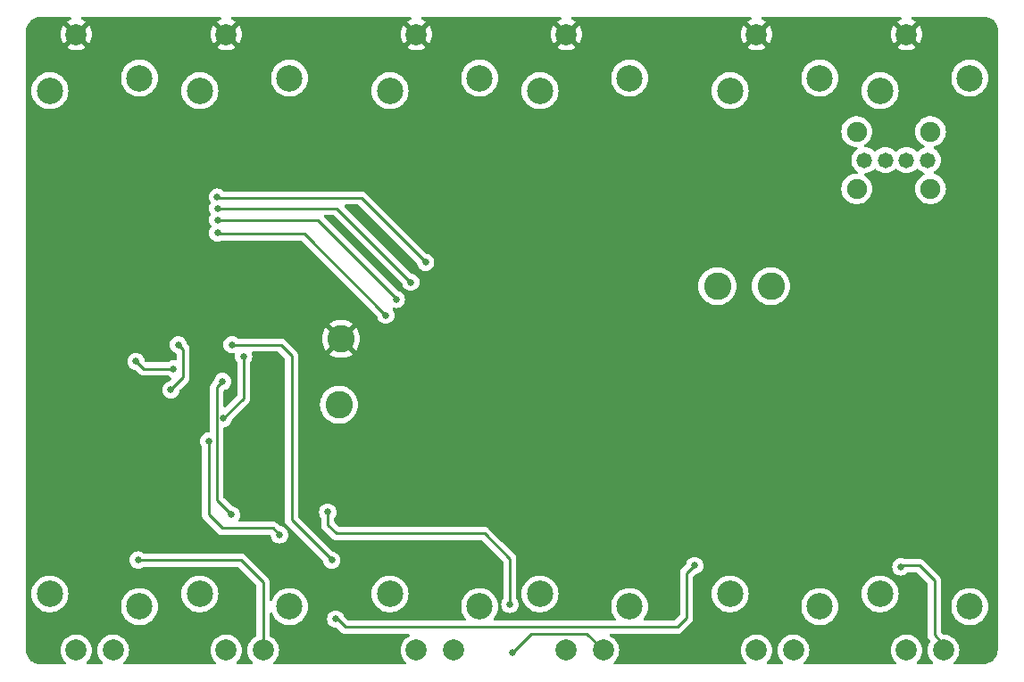
<source format=gbr>
%TF.GenerationSoftware,KiCad,Pcbnew,8.0.2*%
%TF.CreationDate,2024-06-02T13:55:41-07:00*%
%TF.ProjectId,RLS_PCBA,524c535f-5043-4424-912e-6b696361645f,rev?*%
%TF.SameCoordinates,Original*%
%TF.FileFunction,Copper,L1,Top*%
%TF.FilePolarity,Positive*%
%FSLAX46Y46*%
G04 Gerber Fmt 4.6, Leading zero omitted, Abs format (unit mm)*
G04 Created by KiCad (PCBNEW 8.0.2) date 2024-06-02 13:55:41*
%MOMM*%
%LPD*%
G01*
G04 APERTURE LIST*
%TA.AperFunction,ComponentPad*%
%ADD10C,2.000000*%
%TD*%
%TA.AperFunction,ComponentPad*%
%ADD11C,2.500000*%
%TD*%
%TA.AperFunction,ComponentPad*%
%ADD12C,2.600000*%
%TD*%
%TA.AperFunction,ComponentPad*%
%ADD13C,1.473200*%
%TD*%
%TA.AperFunction,ComponentPad*%
%ADD14C,1.905000*%
%TD*%
%TA.AperFunction,ViaPad*%
%ADD15C,0.635000*%
%TD*%
%TA.AperFunction,Conductor*%
%ADD16C,0.254000*%
%TD*%
G04 APERTURE END LIST*
D10*
%TO.P,RV5,3,3*%
%TO.N,GND*%
X166906000Y-86574000D03*
%TO.P,RV5,2,2*%
%TO.N,/AIN5*%
X170406000Y-145074000D03*
%TO.P,RV5,1,1*%
%TO.N,+5V*%
X166906000Y-145074000D03*
D11*
%TO.P,RV5,*%
%TO.N,*%
X172906000Y-90724000D03*
X164406000Y-91924000D03*
X164406000Y-139724000D03*
X172906000Y-140924000D03*
%TD*%
D10*
%TO.P,RV3,3,3*%
%TO.N,GND*%
X134648000Y-86574000D03*
%TO.P,RV3,2,2*%
%TO.N,/AIN3*%
X138148000Y-145074000D03*
%TO.P,RV3,1,1*%
%TO.N,+5V*%
X134648000Y-145074000D03*
D11*
%TO.P,RV3,*%
%TO.N,*%
X140648000Y-90724000D03*
X132148000Y-91924000D03*
X132148000Y-139724000D03*
X140648000Y-140924000D03*
%TD*%
D10*
%TO.P,RV4,3,3*%
%TO.N,GND*%
X148872000Y-86574000D03*
%TO.P,RV4,2,2*%
%TO.N,/AIN4*%
X152372000Y-145074000D03*
%TO.P,RV4,1,1*%
%TO.N,+5V*%
X148872000Y-145074000D03*
D11*
%TO.P,RV4,*%
%TO.N,*%
X154872000Y-90724000D03*
X146372000Y-91924000D03*
X146372000Y-139724000D03*
X154872000Y-140924000D03*
%TD*%
D10*
%TO.P,RV1,3,3*%
%TO.N,GND*%
X102390000Y-86574000D03*
%TO.P,RV1,2,2*%
%TO.N,/AIN1*%
X105890000Y-145074000D03*
%TO.P,RV1,1,1*%
%TO.N,+5V*%
X102390000Y-145074000D03*
D11*
%TO.P,RV1,*%
%TO.N,*%
X108390000Y-90724000D03*
X99890000Y-91924000D03*
X99890000Y-139724000D03*
X108390000Y-140924000D03*
%TD*%
D10*
%TO.P,RV6,3,3*%
%TO.N,GND*%
X181130000Y-86574000D03*
%TO.P,RV6,2,2*%
%TO.N,/AIN6*%
X184630000Y-145074000D03*
%TO.P,RV6,1,1*%
%TO.N,+5V*%
X181130000Y-145074000D03*
D11*
%TO.P,RV6,*%
%TO.N,*%
X187130000Y-90724000D03*
X178630000Y-91924000D03*
X178630000Y-139724000D03*
X187130000Y-140924000D03*
%TD*%
D12*
%TO.P,H4,1,1*%
%TO.N,/D+*%
X163195000Y-110490000D03*
%TD*%
%TO.P,H1,1,1*%
%TO.N,+5V*%
X127316690Y-121743124D03*
%TD*%
%TO.P,H2,1,1*%
%TO.N,GND*%
X127500000Y-115500000D03*
%TD*%
%TO.P,H3,1,1*%
%TO.N,/D-*%
X168275000Y-110490000D03*
%TD*%
D13*
%TO.P,J2,1,VBUS*%
%TO.N,Net-(J2-VBUS)*%
X177136951Y-98526600D03*
%TO.P,J2,2,D-*%
%TO.N,Net-(J2-D-)*%
X179136950Y-98526600D03*
%TO.P,J2,3,D+*%
%TO.N,Net-(J2-D+)*%
X181136951Y-98526600D03*
%TO.P,J2,4,GND*%
%TO.N,Net-(J2-GND)*%
X183136949Y-98526600D03*
D14*
%TO.P,J2,5,Shield*%
X183406951Y-101246600D03*
%TO.P,J2,6*%
%TO.N,N/C*%
X183406951Y-95806600D03*
%TO.P,J2,7*%
X176406950Y-101246600D03*
%TO.P,J2,8*%
X176406950Y-95806600D03*
%TD*%
D10*
%TO.P,RV2,3,3*%
%TO.N,GND*%
X116614000Y-86574000D03*
%TO.P,RV2,2,2*%
%TO.N,/AIN2*%
X120114000Y-145074000D03*
%TO.P,RV2,1,1*%
%TO.N,+5V*%
X116614000Y-145074000D03*
D11*
%TO.P,RV2,*%
%TO.N,*%
X122614000Y-90724000D03*
X114114000Y-91924000D03*
X114114000Y-139724000D03*
X122614000Y-140924000D03*
%TD*%
D15*
%TO.N,/AIN2*%
X108250000Y-136500000D03*
%TO.N,/AIN6*%
X161036000Y-137033000D03*
X180594000Y-137160000D03*
%TO.N,/AIN5*%
X126238000Y-131953000D03*
X143510000Y-140716000D03*
%TO.N,/AIN3*%
X114935000Y-125222000D03*
X121666000Y-134112000D03*
%TO.N,/AIN6*%
X117094000Y-132207000D03*
X127000000Y-142113000D03*
%TO.N,/AIN4*%
X126619000Y-136525000D03*
%TO.N,GND*%
X140716000Y-126492000D03*
X106107154Y-117784801D03*
X111919336Y-110702036D03*
X104068000Y-121044000D03*
X109780120Y-114774828D03*
X135890000Y-136398000D03*
X103768000Y-123044000D03*
X112193000Y-113444000D03*
X109805397Y-132102415D03*
X112915269Y-132083681D03*
X179578000Y-109855000D03*
X111379538Y-132081545D03*
X111943000Y-108694000D03*
%TO.N,/nCS*%
X131750000Y-113250000D03*
X115805500Y-105444000D03*
%TO.N,/SCLK*%
X135525000Y-108225000D03*
X115768000Y-102044000D03*
%TO.N,/DIN*%
X132750000Y-111750000D03*
X115805500Y-104194000D03*
%TO.N,/DOUT*%
X134125000Y-110125000D03*
X115805500Y-103088500D03*
%TO.N,/AIN3*%
X112068000Y-116044000D03*
X111368000Y-120344000D03*
%TO.N,/AIN4*%
X117168000Y-116044000D03*
X143764000Y-145288000D03*
%TO.N,/AIN5*%
X118268000Y-117144000D03*
%TO.N,/AIN6*%
X116268000Y-119544000D03*
X111568000Y-118344000D03*
%TO.N,/AIN5*%
X116368000Y-123044000D03*
%TO.N,/AIN6*%
X108068000Y-117644000D03*
%TD*%
D16*
%TO.N,/nCS*%
X124037000Y-105537000D02*
X115898500Y-105537000D01*
X131750000Y-113250000D02*
X124037000Y-105537000D01*
X115898500Y-105537000D02*
X115805500Y-105444000D01*
%TO.N,/DOUT*%
X127088500Y-103088500D02*
X115805500Y-103088500D01*
X134125000Y-110125000D02*
X127088500Y-103088500D01*
%TO.N,/SCLK*%
X129408000Y-102108000D02*
X115832000Y-102108000D01*
X115832000Y-102108000D02*
X115768000Y-102044000D01*
X135525000Y-108225000D02*
X129408000Y-102108000D01*
%TO.N,/AIN2*%
X118000000Y-136500000D02*
X108250000Y-136500000D01*
X120114000Y-138614000D02*
X118000000Y-136500000D01*
X120114000Y-145074000D02*
X120114000Y-138614000D01*
%TO.N,/AIN3*%
X112522000Y-119126000D02*
X112522000Y-116498000D01*
X112522000Y-116498000D02*
X112068000Y-116044000D01*
X111368000Y-120280000D02*
X112522000Y-119126000D01*
X111368000Y-120344000D02*
X111368000Y-120280000D01*
%TO.N,/AIN6*%
X108768000Y-118344000D02*
X108068000Y-117644000D01*
X111568000Y-118344000D02*
X108768000Y-118344000D01*
%TO.N,/AIN5*%
X127063500Y-133985000D02*
X126238000Y-133159500D01*
X126238000Y-133159500D02*
X126238000Y-131953000D01*
X141097000Y-133985000D02*
X127063500Y-133985000D01*
X143510000Y-136398000D02*
X141097000Y-133985000D01*
X143510000Y-140716000D02*
X143510000Y-136398000D01*
%TO.N,/AIN4*%
X145542000Y-143510000D02*
X150808000Y-143510000D01*
X150808000Y-143510000D02*
X152372000Y-145074000D01*
X143764000Y-145288000D02*
X145542000Y-143510000D01*
%TO.N,/AIN6*%
X127889000Y-142875000D02*
X127127000Y-142113000D01*
X160274000Y-141986000D02*
X159385000Y-142875000D01*
X159385000Y-142875000D02*
X127889000Y-142875000D01*
X160274000Y-137752215D02*
X160274000Y-141986000D01*
X160993215Y-137033000D02*
X160274000Y-137752215D01*
X182372000Y-137033000D02*
X180721000Y-137033000D01*
X183769000Y-138430000D02*
X182372000Y-137033000D01*
X183769000Y-143637000D02*
X183769000Y-138430000D01*
X184630000Y-144498000D02*
X183769000Y-143637000D01*
X184630000Y-145074000D02*
X184630000Y-144498000D01*
%TO.N,/AIN3*%
X114935000Y-132207000D02*
X114935000Y-125349000D01*
X116205000Y-133477000D02*
X114935000Y-132207000D01*
X121666000Y-134112000D02*
X121031000Y-133477000D01*
X121031000Y-133477000D02*
X116205000Y-133477000D01*
%TO.N,/AIN4*%
X117202000Y-116078000D02*
X117168000Y-116044000D01*
X121793000Y-116078000D02*
X117202000Y-116078000D01*
X122809000Y-117094000D02*
X121793000Y-116078000D01*
X122809000Y-132715000D02*
X122809000Y-117094000D01*
X126619000Y-136525000D02*
X122809000Y-132715000D01*
%TO.N,/AIN6*%
X115723500Y-120088500D02*
X116268000Y-119544000D01*
X115723500Y-130836500D02*
X115723500Y-120088500D01*
X117094000Y-132207000D02*
X115723500Y-130836500D01*
%TO.N,/AIN5*%
X118268000Y-121144000D02*
X118268000Y-117144000D01*
X116368000Y-123044000D02*
X118268000Y-121144000D01*
%TO.N,/DIN*%
X132750000Y-111668000D02*
X132750000Y-111750000D01*
X125276000Y-104194000D02*
X132750000Y-111668000D01*
X115805500Y-104194000D02*
X125276000Y-104194000D01*
%TD*%
%TA.AperFunction,Conductor*%
%TO.N,GND*%
G36*
X101882808Y-84949785D02*
G01*
X101928563Y-85002589D01*
X101938507Y-85071747D01*
X101909482Y-85135303D01*
X101856032Y-85171381D01*
X101785396Y-85195630D01*
X101785390Y-85195632D01*
X101566761Y-85313949D01*
X101519942Y-85350388D01*
X101519942Y-85350390D01*
X102104242Y-85934690D01*
X102058426Y-85953668D01*
X101943776Y-86030274D01*
X101846274Y-86127776D01*
X101769668Y-86242426D01*
X101750690Y-86288242D01*
X101166564Y-85704116D01*
X101066267Y-85857632D01*
X100966412Y-86085282D01*
X100905387Y-86326261D01*
X100905385Y-86326270D01*
X100884859Y-86573994D01*
X100884859Y-86574005D01*
X100905385Y-86821729D01*
X100905387Y-86821738D01*
X100966412Y-87062717D01*
X101066266Y-87290364D01*
X101166564Y-87443882D01*
X101750690Y-86859756D01*
X101769668Y-86905574D01*
X101846274Y-87020224D01*
X101943776Y-87117726D01*
X102058426Y-87194332D01*
X102104242Y-87213309D01*
X101519942Y-87797609D01*
X101566768Y-87834055D01*
X101566770Y-87834056D01*
X101785385Y-87952364D01*
X101785396Y-87952369D01*
X102020506Y-88033083D01*
X102265707Y-88074000D01*
X102514293Y-88074000D01*
X102759493Y-88033083D01*
X102994603Y-87952369D01*
X102994614Y-87952364D01*
X103213228Y-87834057D01*
X103213231Y-87834055D01*
X103260056Y-87797609D01*
X102675756Y-87213309D01*
X102721574Y-87194332D01*
X102836224Y-87117726D01*
X102933726Y-87020224D01*
X103010332Y-86905574D01*
X103029309Y-86859757D01*
X103613434Y-87443882D01*
X103713731Y-87290369D01*
X103813587Y-87062717D01*
X103874612Y-86821738D01*
X103874614Y-86821729D01*
X103895141Y-86574005D01*
X103895141Y-86573994D01*
X103874614Y-86326270D01*
X103874612Y-86326261D01*
X103813587Y-86085282D01*
X103713731Y-85857630D01*
X103613434Y-85704116D01*
X103029309Y-86288241D01*
X103010332Y-86242426D01*
X102933726Y-86127776D01*
X102836224Y-86030274D01*
X102721574Y-85953668D01*
X102675757Y-85934690D01*
X103260057Y-85350390D01*
X103260056Y-85350389D01*
X103213229Y-85313943D01*
X102994614Y-85195635D01*
X102994603Y-85195630D01*
X102923968Y-85171381D01*
X102866953Y-85130995D01*
X102840822Y-85066196D01*
X102853874Y-84997556D01*
X102901962Y-84946868D01*
X102964231Y-84930100D01*
X116039769Y-84930100D01*
X116106808Y-84949785D01*
X116152563Y-85002589D01*
X116162507Y-85071747D01*
X116133482Y-85135303D01*
X116080032Y-85171381D01*
X116009396Y-85195630D01*
X116009390Y-85195632D01*
X115790761Y-85313949D01*
X115743942Y-85350388D01*
X115743942Y-85350390D01*
X116328242Y-85934690D01*
X116282426Y-85953668D01*
X116167776Y-86030274D01*
X116070274Y-86127776D01*
X115993668Y-86242426D01*
X115974690Y-86288242D01*
X115390564Y-85704116D01*
X115290267Y-85857632D01*
X115190412Y-86085282D01*
X115129387Y-86326261D01*
X115129385Y-86326270D01*
X115108859Y-86573994D01*
X115108859Y-86574005D01*
X115129385Y-86821729D01*
X115129387Y-86821738D01*
X115190412Y-87062717D01*
X115290266Y-87290364D01*
X115390564Y-87443882D01*
X115974690Y-86859756D01*
X115993668Y-86905574D01*
X116070274Y-87020224D01*
X116167776Y-87117726D01*
X116282426Y-87194332D01*
X116328242Y-87213309D01*
X115743942Y-87797609D01*
X115790768Y-87834055D01*
X115790770Y-87834056D01*
X116009385Y-87952364D01*
X116009396Y-87952369D01*
X116244506Y-88033083D01*
X116489707Y-88074000D01*
X116738293Y-88074000D01*
X116983493Y-88033083D01*
X117218603Y-87952369D01*
X117218614Y-87952364D01*
X117437228Y-87834057D01*
X117437231Y-87834055D01*
X117484056Y-87797609D01*
X116899756Y-87213309D01*
X116945574Y-87194332D01*
X117060224Y-87117726D01*
X117157726Y-87020224D01*
X117234332Y-86905574D01*
X117253309Y-86859757D01*
X117837434Y-87443882D01*
X117937731Y-87290369D01*
X118037587Y-87062717D01*
X118098612Y-86821738D01*
X118098614Y-86821729D01*
X118119141Y-86574005D01*
X118119141Y-86573994D01*
X118098614Y-86326270D01*
X118098612Y-86326261D01*
X118037587Y-86085282D01*
X117937731Y-85857630D01*
X117837434Y-85704116D01*
X117253309Y-86288241D01*
X117234332Y-86242426D01*
X117157726Y-86127776D01*
X117060224Y-86030274D01*
X116945574Y-85953668D01*
X116899757Y-85934690D01*
X117484057Y-85350390D01*
X117484056Y-85350389D01*
X117437229Y-85313943D01*
X117218614Y-85195635D01*
X117218603Y-85195630D01*
X117147968Y-85171381D01*
X117090953Y-85130995D01*
X117064822Y-85066196D01*
X117077874Y-84997556D01*
X117125962Y-84946868D01*
X117188231Y-84930100D01*
X134073769Y-84930100D01*
X134140808Y-84949785D01*
X134186563Y-85002589D01*
X134196507Y-85071747D01*
X134167482Y-85135303D01*
X134114032Y-85171381D01*
X134043396Y-85195630D01*
X134043390Y-85195632D01*
X133824761Y-85313949D01*
X133777942Y-85350388D01*
X133777942Y-85350390D01*
X134362242Y-85934690D01*
X134316426Y-85953668D01*
X134201776Y-86030274D01*
X134104274Y-86127776D01*
X134027668Y-86242426D01*
X134008690Y-86288242D01*
X133424564Y-85704116D01*
X133324267Y-85857632D01*
X133224412Y-86085282D01*
X133163387Y-86326261D01*
X133163385Y-86326270D01*
X133142859Y-86573994D01*
X133142859Y-86574005D01*
X133163385Y-86821729D01*
X133163387Y-86821738D01*
X133224412Y-87062717D01*
X133324266Y-87290364D01*
X133424564Y-87443882D01*
X134008690Y-86859756D01*
X134027668Y-86905574D01*
X134104274Y-87020224D01*
X134201776Y-87117726D01*
X134316426Y-87194332D01*
X134362242Y-87213309D01*
X133777942Y-87797609D01*
X133824768Y-87834055D01*
X133824770Y-87834056D01*
X134043385Y-87952364D01*
X134043396Y-87952369D01*
X134278506Y-88033083D01*
X134523707Y-88074000D01*
X134772293Y-88074000D01*
X135017493Y-88033083D01*
X135252603Y-87952369D01*
X135252614Y-87952364D01*
X135471228Y-87834057D01*
X135471231Y-87834055D01*
X135518056Y-87797609D01*
X134933756Y-87213309D01*
X134979574Y-87194332D01*
X135094224Y-87117726D01*
X135191726Y-87020224D01*
X135268332Y-86905574D01*
X135287309Y-86859757D01*
X135871434Y-87443882D01*
X135971731Y-87290369D01*
X136071587Y-87062717D01*
X136132612Y-86821738D01*
X136132614Y-86821729D01*
X136153141Y-86574005D01*
X136153141Y-86573994D01*
X136132614Y-86326270D01*
X136132612Y-86326261D01*
X136071587Y-86085282D01*
X135971731Y-85857630D01*
X135871434Y-85704116D01*
X135287309Y-86288241D01*
X135268332Y-86242426D01*
X135191726Y-86127776D01*
X135094224Y-86030274D01*
X134979574Y-85953668D01*
X134933757Y-85934690D01*
X135518057Y-85350390D01*
X135518056Y-85350389D01*
X135471229Y-85313943D01*
X135252614Y-85195635D01*
X135252603Y-85195630D01*
X135181968Y-85171381D01*
X135124953Y-85130995D01*
X135098822Y-85066196D01*
X135111874Y-84997556D01*
X135159962Y-84946868D01*
X135222231Y-84930100D01*
X148297769Y-84930100D01*
X148364808Y-84949785D01*
X148410563Y-85002589D01*
X148420507Y-85071747D01*
X148391482Y-85135303D01*
X148338032Y-85171381D01*
X148267396Y-85195630D01*
X148267390Y-85195632D01*
X148048761Y-85313949D01*
X148001942Y-85350388D01*
X148001942Y-85350390D01*
X148586242Y-85934690D01*
X148540426Y-85953668D01*
X148425776Y-86030274D01*
X148328274Y-86127776D01*
X148251668Y-86242426D01*
X148232690Y-86288242D01*
X147648564Y-85704116D01*
X147548267Y-85857632D01*
X147448412Y-86085282D01*
X147387387Y-86326261D01*
X147387385Y-86326270D01*
X147366859Y-86573994D01*
X147366859Y-86574005D01*
X147387385Y-86821729D01*
X147387387Y-86821738D01*
X147448412Y-87062717D01*
X147548266Y-87290364D01*
X147648564Y-87443882D01*
X148232690Y-86859756D01*
X148251668Y-86905574D01*
X148328274Y-87020224D01*
X148425776Y-87117726D01*
X148540426Y-87194332D01*
X148586242Y-87213309D01*
X148001942Y-87797609D01*
X148048768Y-87834055D01*
X148048770Y-87834056D01*
X148267385Y-87952364D01*
X148267396Y-87952369D01*
X148502506Y-88033083D01*
X148747707Y-88074000D01*
X148996293Y-88074000D01*
X149241493Y-88033083D01*
X149476603Y-87952369D01*
X149476614Y-87952364D01*
X149695228Y-87834057D01*
X149695231Y-87834055D01*
X149742056Y-87797609D01*
X149157756Y-87213309D01*
X149203574Y-87194332D01*
X149318224Y-87117726D01*
X149415726Y-87020224D01*
X149492332Y-86905574D01*
X149511309Y-86859757D01*
X150095434Y-87443882D01*
X150195731Y-87290369D01*
X150295587Y-87062717D01*
X150356612Y-86821738D01*
X150356614Y-86821729D01*
X150377141Y-86574005D01*
X150377141Y-86573994D01*
X150356614Y-86326270D01*
X150356612Y-86326261D01*
X150295587Y-86085282D01*
X150195731Y-85857630D01*
X150095434Y-85704116D01*
X149511309Y-86288241D01*
X149492332Y-86242426D01*
X149415726Y-86127776D01*
X149318224Y-86030274D01*
X149203574Y-85953668D01*
X149157757Y-85934690D01*
X149742057Y-85350390D01*
X149742056Y-85350389D01*
X149695229Y-85313943D01*
X149476614Y-85195635D01*
X149476603Y-85195630D01*
X149405968Y-85171381D01*
X149348953Y-85130995D01*
X149322822Y-85066196D01*
X149335874Y-84997556D01*
X149383962Y-84946868D01*
X149446231Y-84930100D01*
X166331769Y-84930100D01*
X166398808Y-84949785D01*
X166444563Y-85002589D01*
X166454507Y-85071747D01*
X166425482Y-85135303D01*
X166372032Y-85171381D01*
X166301396Y-85195630D01*
X166301390Y-85195632D01*
X166082761Y-85313949D01*
X166035942Y-85350388D01*
X166035942Y-85350390D01*
X166620242Y-85934690D01*
X166574426Y-85953668D01*
X166459776Y-86030274D01*
X166362274Y-86127776D01*
X166285668Y-86242426D01*
X166266690Y-86288242D01*
X165682564Y-85704116D01*
X165582267Y-85857632D01*
X165482412Y-86085282D01*
X165421387Y-86326261D01*
X165421385Y-86326270D01*
X165400859Y-86573994D01*
X165400859Y-86574005D01*
X165421385Y-86821729D01*
X165421387Y-86821738D01*
X165482412Y-87062717D01*
X165582266Y-87290364D01*
X165682564Y-87443882D01*
X166266690Y-86859756D01*
X166285668Y-86905574D01*
X166362274Y-87020224D01*
X166459776Y-87117726D01*
X166574426Y-87194332D01*
X166620242Y-87213309D01*
X166035942Y-87797609D01*
X166082768Y-87834055D01*
X166082770Y-87834056D01*
X166301385Y-87952364D01*
X166301396Y-87952369D01*
X166536506Y-88033083D01*
X166781707Y-88074000D01*
X167030293Y-88074000D01*
X167275493Y-88033083D01*
X167510603Y-87952369D01*
X167510614Y-87952364D01*
X167729228Y-87834057D01*
X167729231Y-87834055D01*
X167776056Y-87797609D01*
X167191756Y-87213309D01*
X167237574Y-87194332D01*
X167352224Y-87117726D01*
X167449726Y-87020224D01*
X167526332Y-86905574D01*
X167545309Y-86859757D01*
X168129434Y-87443882D01*
X168229731Y-87290369D01*
X168329587Y-87062717D01*
X168390612Y-86821738D01*
X168390614Y-86821729D01*
X168411141Y-86574005D01*
X168411141Y-86573994D01*
X168390614Y-86326270D01*
X168390612Y-86326261D01*
X168329587Y-86085282D01*
X168229731Y-85857630D01*
X168129434Y-85704116D01*
X167545309Y-86288241D01*
X167526332Y-86242426D01*
X167449726Y-86127776D01*
X167352224Y-86030274D01*
X167237574Y-85953668D01*
X167191757Y-85934690D01*
X167776057Y-85350390D01*
X167776056Y-85350389D01*
X167729229Y-85313943D01*
X167510614Y-85195635D01*
X167510603Y-85195630D01*
X167439968Y-85171381D01*
X167382953Y-85130995D01*
X167356822Y-85066196D01*
X167369874Y-84997556D01*
X167417962Y-84946868D01*
X167480231Y-84930100D01*
X180555769Y-84930100D01*
X180622808Y-84949785D01*
X180668563Y-85002589D01*
X180678507Y-85071747D01*
X180649482Y-85135303D01*
X180596032Y-85171381D01*
X180525396Y-85195630D01*
X180525390Y-85195632D01*
X180306761Y-85313949D01*
X180259942Y-85350388D01*
X180259942Y-85350390D01*
X180844242Y-85934690D01*
X180798426Y-85953668D01*
X180683776Y-86030274D01*
X180586274Y-86127776D01*
X180509668Y-86242426D01*
X180490690Y-86288242D01*
X179906564Y-85704116D01*
X179806267Y-85857632D01*
X179706412Y-86085282D01*
X179645387Y-86326261D01*
X179645385Y-86326270D01*
X179624859Y-86573994D01*
X179624859Y-86574005D01*
X179645385Y-86821729D01*
X179645387Y-86821738D01*
X179706412Y-87062717D01*
X179806266Y-87290364D01*
X179906564Y-87443882D01*
X180490690Y-86859756D01*
X180509668Y-86905574D01*
X180586274Y-87020224D01*
X180683776Y-87117726D01*
X180798426Y-87194332D01*
X180844242Y-87213309D01*
X180259942Y-87797609D01*
X180306768Y-87834055D01*
X180306770Y-87834056D01*
X180525385Y-87952364D01*
X180525396Y-87952369D01*
X180760506Y-88033083D01*
X181005707Y-88074000D01*
X181254293Y-88074000D01*
X181499493Y-88033083D01*
X181734603Y-87952369D01*
X181734614Y-87952364D01*
X181953228Y-87834057D01*
X181953231Y-87834055D01*
X182000056Y-87797609D01*
X181415756Y-87213309D01*
X181461574Y-87194332D01*
X181576224Y-87117726D01*
X181673726Y-87020224D01*
X181750332Y-86905574D01*
X181769309Y-86859757D01*
X182353434Y-87443882D01*
X182453731Y-87290369D01*
X182553587Y-87062717D01*
X182614612Y-86821738D01*
X182614614Y-86821729D01*
X182635141Y-86574005D01*
X182635141Y-86573994D01*
X182614614Y-86326270D01*
X182614612Y-86326261D01*
X182553587Y-86085282D01*
X182453731Y-85857630D01*
X182353434Y-85704116D01*
X181769309Y-86288241D01*
X181750332Y-86242426D01*
X181673726Y-86127776D01*
X181576224Y-86030274D01*
X181461574Y-85953668D01*
X181415757Y-85934690D01*
X182000057Y-85350390D01*
X182000056Y-85350389D01*
X181953229Y-85313943D01*
X181734614Y-85195635D01*
X181734603Y-85195630D01*
X181663968Y-85171381D01*
X181606953Y-85130995D01*
X181580822Y-85066196D01*
X181593874Y-84997556D01*
X181641962Y-84946868D01*
X181704231Y-84930100D01*
X188544146Y-84930100D01*
X188553876Y-84930481D01*
X188737542Y-84944940D01*
X188756754Y-84947983D01*
X188931155Y-84989854D01*
X188949643Y-84995863D01*
X189115332Y-85064496D01*
X189132665Y-85073327D01*
X189145188Y-85081001D01*
X189285584Y-85167038D01*
X189301325Y-85178475D01*
X189437695Y-85294946D01*
X189451453Y-85308704D01*
X189567924Y-85445074D01*
X189579361Y-85460815D01*
X189673071Y-85613732D01*
X189681904Y-85631069D01*
X189750533Y-85796747D01*
X189756547Y-85815253D01*
X189798415Y-85989642D01*
X189801459Y-86008859D01*
X189815913Y-86192479D01*
X189816295Y-86202294D01*
X189776349Y-144944157D01*
X189776301Y-144944888D01*
X189776300Y-145013484D01*
X189775917Y-145023213D01*
X189760013Y-145225207D01*
X189756969Y-145244424D01*
X189710802Y-145436703D01*
X189704789Y-145455207D01*
X189629118Y-145637886D01*
X189620285Y-145655223D01*
X189516962Y-145823828D01*
X189505526Y-145839568D01*
X189377104Y-145989932D01*
X189363346Y-146003690D01*
X189212987Y-146132112D01*
X189197246Y-146143549D01*
X189028649Y-146246871D01*
X189011313Y-146255705D01*
X188828626Y-146331383D01*
X188810122Y-146337396D01*
X188617844Y-146383566D01*
X188598626Y-146386610D01*
X188397053Y-146402483D01*
X188387374Y-146402866D01*
X188385137Y-146402866D01*
X188385082Y-146402867D01*
X188385071Y-146402867D01*
X188318326Y-146402869D01*
X188318246Y-146402874D01*
X185726460Y-146403171D01*
X185659418Y-146383494D01*
X185613658Y-146330695D01*
X185603706Y-146261538D01*
X185632724Y-146197979D01*
X185646065Y-146185320D01*
X185645968Y-146185214D01*
X185649732Y-146181747D01*
X185649744Y-146181738D01*
X185818164Y-145998785D01*
X185954173Y-145790607D01*
X186054063Y-145562881D01*
X186115108Y-145321821D01*
X186115109Y-145321812D01*
X186135643Y-145074005D01*
X186135643Y-145073994D01*
X186115109Y-144826187D01*
X186115107Y-144826175D01*
X186054063Y-144585118D01*
X185954173Y-144357393D01*
X185818166Y-144149217D01*
X185779365Y-144107068D01*
X185649744Y-143966262D01*
X185453509Y-143813526D01*
X185453507Y-143813525D01*
X185453506Y-143813524D01*
X185234811Y-143695172D01*
X185234802Y-143695169D01*
X184999616Y-143614429D01*
X184754335Y-143573500D01*
X184644281Y-143573500D01*
X184577242Y-143553815D01*
X184556600Y-143537181D01*
X184432819Y-143413400D01*
X184399334Y-143352077D01*
X184396500Y-143325719D01*
X184396500Y-140923995D01*
X185374592Y-140923995D01*
X185374592Y-140924004D01*
X185394196Y-141185620D01*
X185394197Y-141185625D01*
X185452576Y-141441402D01*
X185452578Y-141441411D01*
X185452580Y-141441416D01*
X185548432Y-141685643D01*
X185679614Y-141912857D01*
X185785941Y-142046187D01*
X185843198Y-142117985D01*
X186021287Y-142283226D01*
X186035521Y-142296433D01*
X186252296Y-142444228D01*
X186252301Y-142444230D01*
X186252302Y-142444231D01*
X186252303Y-142444232D01*
X186377843Y-142504688D01*
X186488673Y-142558061D01*
X186488674Y-142558061D01*
X186488677Y-142558063D01*
X186739385Y-142635396D01*
X186998818Y-142674500D01*
X187261182Y-142674500D01*
X187520615Y-142635396D01*
X187771323Y-142558063D01*
X188007704Y-142444228D01*
X188224479Y-142296433D01*
X188416805Y-142117981D01*
X188580386Y-141912857D01*
X188711568Y-141685643D01*
X188807420Y-141441416D01*
X188865802Y-141185630D01*
X188865803Y-141185620D01*
X188885408Y-140924004D01*
X188885408Y-140923995D01*
X188865803Y-140662379D01*
X188865802Y-140662374D01*
X188865802Y-140662370D01*
X188807420Y-140406584D01*
X188711568Y-140162357D01*
X188580386Y-139935143D01*
X188416805Y-139730019D01*
X188416804Y-139730018D01*
X188416801Y-139730014D01*
X188224479Y-139551567D01*
X188007704Y-139403772D01*
X188007700Y-139403770D01*
X188007697Y-139403768D01*
X188007696Y-139403767D01*
X187771325Y-139289938D01*
X187771327Y-139289938D01*
X187520623Y-139212606D01*
X187520619Y-139212605D01*
X187520615Y-139212604D01*
X187395823Y-139193794D01*
X187261187Y-139173500D01*
X187261182Y-139173500D01*
X186998818Y-139173500D01*
X186998812Y-139173500D01*
X186837247Y-139197853D01*
X186739385Y-139212604D01*
X186739382Y-139212605D01*
X186739376Y-139212606D01*
X186488673Y-139289938D01*
X186252303Y-139403767D01*
X186252302Y-139403768D01*
X186035520Y-139551567D01*
X185843198Y-139730014D01*
X185679614Y-139935143D01*
X185548432Y-140162356D01*
X185452582Y-140406578D01*
X185452576Y-140406597D01*
X185394197Y-140662374D01*
X185394196Y-140662379D01*
X185374592Y-140923995D01*
X184396500Y-140923995D01*
X184396500Y-138368194D01*
X184372386Y-138246970D01*
X184372385Y-138246969D01*
X184372385Y-138246965D01*
X184354494Y-138203772D01*
X184325086Y-138132773D01*
X184325079Y-138132760D01*
X184256412Y-138029993D01*
X184222876Y-137996457D01*
X184169008Y-137942589D01*
X183491223Y-137264804D01*
X182772011Y-136545591D01*
X182772010Y-136545590D01*
X182733349Y-136519758D01*
X182703779Y-136500000D01*
X182703775Y-136499997D01*
X182669241Y-136476921D01*
X182669226Y-136476913D01*
X182627917Y-136459803D01*
X182555035Y-136429614D01*
X182555027Y-136429612D01*
X182433807Y-136405500D01*
X182433803Y-136405500D01*
X180935526Y-136405500D01*
X180894572Y-136398542D01*
X180777172Y-136357462D01*
X180777169Y-136357461D01*
X180594003Y-136336824D01*
X180593997Y-136336824D01*
X180410828Y-136357461D01*
X180236834Y-136418345D01*
X180080757Y-136516415D01*
X179950415Y-136646757D01*
X179852345Y-136802834D01*
X179791461Y-136976828D01*
X179770824Y-137159997D01*
X179770824Y-137160002D01*
X179791461Y-137343171D01*
X179852345Y-137517165D01*
X179885028Y-137569179D01*
X179950415Y-137673242D01*
X180080758Y-137803585D01*
X180236837Y-137901656D01*
X180369059Y-137947922D01*
X180410828Y-137962538D01*
X180593997Y-137983176D01*
X180594000Y-137983176D01*
X180594003Y-137983176D01*
X180777171Y-137962538D01*
X180777174Y-137962537D01*
X180951163Y-137901656D01*
X181107242Y-137803585D01*
X181214009Y-137696818D01*
X181275332Y-137663334D01*
X181301690Y-137660500D01*
X182060719Y-137660500D01*
X182127758Y-137680185D01*
X182148400Y-137696819D01*
X183105181Y-138653600D01*
X183138666Y-138714923D01*
X183141500Y-138741281D01*
X183141500Y-143698807D01*
X183165612Y-143820028D01*
X183165614Y-143820034D01*
X183196507Y-143894615D01*
X183212915Y-143934229D01*
X183212923Y-143934243D01*
X183281585Y-144037003D01*
X183281591Y-144037011D01*
X183351648Y-144107068D01*
X183385133Y-144168391D01*
X183380149Y-144238083D01*
X183367776Y-144262569D01*
X183305828Y-144357389D01*
X183205936Y-144585118D01*
X183144892Y-144826175D01*
X183144890Y-144826187D01*
X183124357Y-145073994D01*
X183124357Y-145074005D01*
X183144890Y-145321812D01*
X183144892Y-145321824D01*
X183205936Y-145562881D01*
X183305826Y-145790606D01*
X183441833Y-145998782D01*
X183451636Y-146009431D01*
X183610256Y-146181738D01*
X183610259Y-146181740D01*
X183614032Y-146185214D01*
X183613262Y-146186050D01*
X183650849Y-146238274D01*
X183654526Y-146308046D01*
X183619897Y-146368731D01*
X183557956Y-146401060D01*
X183533889Y-146403421D01*
X182225945Y-146403572D01*
X182158904Y-146383895D01*
X182113143Y-146331096D01*
X182103191Y-146261939D01*
X182132209Y-146198380D01*
X182146022Y-146185273D01*
X182145968Y-146185214D01*
X182149732Y-146181747D01*
X182149744Y-146181738D01*
X182318164Y-145998785D01*
X182454173Y-145790607D01*
X182554063Y-145562881D01*
X182615108Y-145321821D01*
X182615109Y-145321812D01*
X182635643Y-145074005D01*
X182635643Y-145073994D01*
X182615109Y-144826187D01*
X182615107Y-144826175D01*
X182554063Y-144585118D01*
X182454173Y-144357393D01*
X182318166Y-144149217D01*
X182279365Y-144107068D01*
X182149744Y-143966262D01*
X181953509Y-143813526D01*
X181953507Y-143813525D01*
X181953506Y-143813524D01*
X181734811Y-143695172D01*
X181734802Y-143695169D01*
X181499616Y-143614429D01*
X181254335Y-143573500D01*
X181005665Y-143573500D01*
X180760383Y-143614429D01*
X180525197Y-143695169D01*
X180525188Y-143695172D01*
X180306493Y-143813524D01*
X180110257Y-143966261D01*
X179941833Y-144149217D01*
X179805826Y-144357393D01*
X179705936Y-144585118D01*
X179644892Y-144826175D01*
X179644890Y-144826187D01*
X179624357Y-145073994D01*
X179624357Y-145074005D01*
X179644890Y-145321812D01*
X179644892Y-145321824D01*
X179705936Y-145562881D01*
X179805826Y-145790606D01*
X179941833Y-145998782D01*
X179951636Y-146009431D01*
X180110256Y-146181738D01*
X180110259Y-146181740D01*
X180110260Y-146181742D01*
X180110551Y-146181968D01*
X180110639Y-146182090D01*
X180114032Y-146185214D01*
X180113389Y-146185911D01*
X180151365Y-146238678D01*
X180155040Y-146308451D01*
X180120409Y-146369134D01*
X180058468Y-146401462D01*
X180034404Y-146403822D01*
X171500368Y-146404799D01*
X171433326Y-146385122D01*
X171387566Y-146332323D01*
X171377614Y-146263166D01*
X171406632Y-146199607D01*
X171424195Y-146182942D01*
X171425744Y-146181738D01*
X171594164Y-145998785D01*
X171730173Y-145790607D01*
X171830063Y-145562881D01*
X171891108Y-145321821D01*
X171891109Y-145321812D01*
X171911643Y-145074005D01*
X171911643Y-145073994D01*
X171891109Y-144826187D01*
X171891107Y-144826175D01*
X171830063Y-144585118D01*
X171730173Y-144357393D01*
X171594166Y-144149217D01*
X171555365Y-144107068D01*
X171425744Y-143966262D01*
X171229509Y-143813526D01*
X171229507Y-143813525D01*
X171229506Y-143813524D01*
X171010811Y-143695172D01*
X171010802Y-143695169D01*
X170775616Y-143614429D01*
X170530335Y-143573500D01*
X170281665Y-143573500D01*
X170036383Y-143614429D01*
X169801197Y-143695169D01*
X169801188Y-143695172D01*
X169582493Y-143813524D01*
X169386257Y-143966261D01*
X169217833Y-144149217D01*
X169081826Y-144357393D01*
X168981936Y-144585118D01*
X168920892Y-144826175D01*
X168920890Y-144826187D01*
X168900357Y-145073994D01*
X168900357Y-145074005D01*
X168920890Y-145321812D01*
X168920892Y-145321824D01*
X168981936Y-145562881D01*
X169081826Y-145790606D01*
X169217833Y-145998782D01*
X169227636Y-146009431D01*
X169386256Y-146181738D01*
X169387780Y-146182924D01*
X169388124Y-146183192D01*
X169388690Y-146183978D01*
X169390032Y-146185214D01*
X169389777Y-146185489D01*
X169428940Y-146239900D01*
X169432618Y-146309673D01*
X169397990Y-146370358D01*
X169336050Y-146402688D01*
X169311981Y-146405049D01*
X167999853Y-146405200D01*
X167932812Y-146385523D01*
X167887051Y-146332724D01*
X167877099Y-146263567D01*
X167906117Y-146200008D01*
X167923682Y-146183343D01*
X167925740Y-146181741D01*
X167925744Y-146181738D01*
X168094164Y-145998785D01*
X168230173Y-145790607D01*
X168330063Y-145562881D01*
X168391108Y-145321821D01*
X168391109Y-145321812D01*
X168411643Y-145074005D01*
X168411643Y-145073994D01*
X168391109Y-144826187D01*
X168391107Y-144826175D01*
X168330063Y-144585118D01*
X168230173Y-144357393D01*
X168094166Y-144149217D01*
X168055365Y-144107068D01*
X167925744Y-143966262D01*
X167729509Y-143813526D01*
X167729507Y-143813525D01*
X167729506Y-143813524D01*
X167510811Y-143695172D01*
X167510802Y-143695169D01*
X167275616Y-143614429D01*
X167030335Y-143573500D01*
X166781665Y-143573500D01*
X166536383Y-143614429D01*
X166301197Y-143695169D01*
X166301188Y-143695172D01*
X166082493Y-143813524D01*
X165886257Y-143966261D01*
X165717833Y-144149217D01*
X165581826Y-144357393D01*
X165481936Y-144585118D01*
X165420892Y-144826175D01*
X165420890Y-144826187D01*
X165400357Y-145073994D01*
X165400357Y-145074005D01*
X165420890Y-145321812D01*
X165420892Y-145321824D01*
X165481936Y-145562881D01*
X165581826Y-145790606D01*
X165717833Y-145998782D01*
X165886257Y-146181739D01*
X165888641Y-146183594D01*
X165889365Y-146184599D01*
X165890032Y-146185214D01*
X165889905Y-146185351D01*
X165929456Y-146240303D01*
X165933133Y-146310076D01*
X165898503Y-146370760D01*
X165836563Y-146403089D01*
X165812496Y-146405450D01*
X153463715Y-146406863D01*
X153396673Y-146387186D01*
X153350913Y-146334387D01*
X153340961Y-146265230D01*
X153369979Y-146201671D01*
X153387542Y-146185008D01*
X153391744Y-146181738D01*
X153560164Y-145998785D01*
X153696173Y-145790607D01*
X153796063Y-145562881D01*
X153857108Y-145321821D01*
X153857109Y-145321812D01*
X153877643Y-145074005D01*
X153877643Y-145073994D01*
X153857109Y-144826187D01*
X153857107Y-144826175D01*
X153796063Y-144585118D01*
X153696173Y-144357393D01*
X153560166Y-144149217D01*
X153521365Y-144107068D01*
X153391744Y-143966262D01*
X153195509Y-143813526D01*
X153195507Y-143813525D01*
X153195506Y-143813524D01*
X153051431Y-143735555D01*
X153001841Y-143686335D01*
X152986733Y-143618119D01*
X153010903Y-143552563D01*
X153066679Y-143510482D01*
X153110449Y-143502500D01*
X159446804Y-143502500D01*
X159446805Y-143502499D01*
X159568035Y-143478386D01*
X159648784Y-143444937D01*
X159682233Y-143431083D01*
X159785008Y-143362411D01*
X159872411Y-143275008D01*
X160761411Y-142386008D01*
X160792965Y-142338784D01*
X160830083Y-142283233D01*
X160874996Y-142174803D01*
X160877386Y-142169034D01*
X160901500Y-142047803D01*
X160901500Y-141924197D01*
X160901500Y-139723995D01*
X162650592Y-139723995D01*
X162650592Y-139724004D01*
X162670196Y-139985620D01*
X162670197Y-139985625D01*
X162728576Y-140241402D01*
X162728578Y-140241411D01*
X162728580Y-140241416D01*
X162824432Y-140485643D01*
X162955614Y-140712857D01*
X163087736Y-140878533D01*
X163119198Y-140917985D01*
X163286442Y-141073163D01*
X163311521Y-141096433D01*
X163528296Y-141244228D01*
X163528301Y-141244230D01*
X163528302Y-141244231D01*
X163528303Y-141244232D01*
X163622977Y-141289824D01*
X163764673Y-141358061D01*
X163764674Y-141358061D01*
X163764677Y-141358063D01*
X164015385Y-141435396D01*
X164274818Y-141474500D01*
X164537182Y-141474500D01*
X164796615Y-141435396D01*
X165047323Y-141358063D01*
X165283704Y-141244228D01*
X165500479Y-141096433D01*
X165686318Y-140924000D01*
X165686323Y-140923995D01*
X171150592Y-140923995D01*
X171150592Y-140924004D01*
X171170196Y-141185620D01*
X171170197Y-141185625D01*
X171228576Y-141441402D01*
X171228578Y-141441411D01*
X171228580Y-141441416D01*
X171324432Y-141685643D01*
X171455614Y-141912857D01*
X171561941Y-142046187D01*
X171619198Y-142117985D01*
X171797287Y-142283226D01*
X171811521Y-142296433D01*
X172028296Y-142444228D01*
X172028301Y-142444230D01*
X172028302Y-142444231D01*
X172028303Y-142444232D01*
X172153843Y-142504688D01*
X172264673Y-142558061D01*
X172264674Y-142558061D01*
X172264677Y-142558063D01*
X172515385Y-142635396D01*
X172774818Y-142674500D01*
X173037182Y-142674500D01*
X173296615Y-142635396D01*
X173547323Y-142558063D01*
X173783704Y-142444228D01*
X174000479Y-142296433D01*
X174192805Y-142117981D01*
X174356386Y-141912857D01*
X174487568Y-141685643D01*
X174583420Y-141441416D01*
X174641802Y-141185630D01*
X174641803Y-141185620D01*
X174661408Y-140924004D01*
X174661408Y-140923995D01*
X174641803Y-140662379D01*
X174641802Y-140662374D01*
X174641802Y-140662370D01*
X174583420Y-140406584D01*
X174487568Y-140162357D01*
X174356386Y-139935143D01*
X174192805Y-139730019D01*
X174192804Y-139730018D01*
X174192801Y-139730014D01*
X174186314Y-139723995D01*
X176874592Y-139723995D01*
X176874592Y-139724004D01*
X176894196Y-139985620D01*
X176894197Y-139985625D01*
X176952576Y-140241402D01*
X176952578Y-140241411D01*
X176952580Y-140241416D01*
X177048432Y-140485643D01*
X177179614Y-140712857D01*
X177311736Y-140878533D01*
X177343198Y-140917985D01*
X177510442Y-141073163D01*
X177535521Y-141096433D01*
X177752296Y-141244228D01*
X177752301Y-141244230D01*
X177752302Y-141244231D01*
X177752303Y-141244232D01*
X177846977Y-141289824D01*
X177988673Y-141358061D01*
X177988674Y-141358061D01*
X177988677Y-141358063D01*
X178239385Y-141435396D01*
X178498818Y-141474500D01*
X178761182Y-141474500D01*
X179020615Y-141435396D01*
X179271323Y-141358063D01*
X179507704Y-141244228D01*
X179724479Y-141096433D01*
X179910318Y-140924000D01*
X179916801Y-140917985D01*
X179916801Y-140917983D01*
X179916805Y-140917981D01*
X180080386Y-140712857D01*
X180211568Y-140485643D01*
X180307420Y-140241416D01*
X180365802Y-139985630D01*
X180365803Y-139985620D01*
X180385408Y-139724004D01*
X180385408Y-139723995D01*
X180365803Y-139462379D01*
X180365802Y-139462374D01*
X180365802Y-139462370D01*
X180309448Y-139215469D01*
X180307423Y-139206597D01*
X180307422Y-139206596D01*
X180307420Y-139206584D01*
X180211568Y-138962357D01*
X180080386Y-138735143D01*
X179916805Y-138530019D01*
X179916804Y-138530018D01*
X179916801Y-138530014D01*
X179724479Y-138351567D01*
X179673437Y-138316767D01*
X179507704Y-138203772D01*
X179507700Y-138203770D01*
X179507697Y-138203768D01*
X179507696Y-138203767D01*
X179271325Y-138089938D01*
X179271327Y-138089938D01*
X179020623Y-138012606D01*
X179020619Y-138012605D01*
X179020615Y-138012604D01*
X178895823Y-137993794D01*
X178761187Y-137973500D01*
X178761182Y-137973500D01*
X178498818Y-137973500D01*
X178498812Y-137973500D01*
X178346511Y-137996457D01*
X178239385Y-138012604D01*
X178239382Y-138012605D01*
X178239376Y-138012606D01*
X177988673Y-138089938D01*
X177752303Y-138203767D01*
X177752302Y-138203768D01*
X177535520Y-138351567D01*
X177343198Y-138530014D01*
X177179614Y-138735143D01*
X177048432Y-138962356D01*
X176952582Y-139206578D01*
X176952576Y-139206597D01*
X176894197Y-139462374D01*
X176894196Y-139462379D01*
X176874592Y-139723995D01*
X174186314Y-139723995D01*
X174000479Y-139551567D01*
X173783704Y-139403772D01*
X173783700Y-139403770D01*
X173783697Y-139403768D01*
X173783696Y-139403767D01*
X173547325Y-139289938D01*
X173547327Y-139289938D01*
X173296623Y-139212606D01*
X173296619Y-139212605D01*
X173296615Y-139212604D01*
X173171823Y-139193794D01*
X173037187Y-139173500D01*
X173037182Y-139173500D01*
X172774818Y-139173500D01*
X172774812Y-139173500D01*
X172613247Y-139197853D01*
X172515385Y-139212604D01*
X172515382Y-139212605D01*
X172515376Y-139212606D01*
X172264673Y-139289938D01*
X172028303Y-139403767D01*
X172028302Y-139403768D01*
X171811520Y-139551567D01*
X171619198Y-139730014D01*
X171455614Y-139935143D01*
X171324432Y-140162356D01*
X171228582Y-140406578D01*
X171228576Y-140406597D01*
X171170197Y-140662374D01*
X171170196Y-140662379D01*
X171150592Y-140923995D01*
X165686323Y-140923995D01*
X165692801Y-140917985D01*
X165692801Y-140917983D01*
X165692805Y-140917981D01*
X165856386Y-140712857D01*
X165987568Y-140485643D01*
X166083420Y-140241416D01*
X166141802Y-139985630D01*
X166141803Y-139985620D01*
X166161408Y-139724004D01*
X166161408Y-139723995D01*
X166141803Y-139462379D01*
X166141802Y-139462374D01*
X166141802Y-139462370D01*
X166085448Y-139215469D01*
X166083423Y-139206597D01*
X166083422Y-139206596D01*
X166083420Y-139206584D01*
X165987568Y-138962357D01*
X165856386Y-138735143D01*
X165692805Y-138530019D01*
X165692804Y-138530018D01*
X165692801Y-138530014D01*
X165500479Y-138351567D01*
X165449437Y-138316767D01*
X165283704Y-138203772D01*
X165283700Y-138203770D01*
X165283697Y-138203768D01*
X165283696Y-138203767D01*
X165047325Y-138089938D01*
X165047327Y-138089938D01*
X164796623Y-138012606D01*
X164796619Y-138012605D01*
X164796615Y-138012604D01*
X164671823Y-137993794D01*
X164537187Y-137973500D01*
X164537182Y-137973500D01*
X164274818Y-137973500D01*
X164274812Y-137973500D01*
X164122511Y-137996457D01*
X164015385Y-138012604D01*
X164015382Y-138012605D01*
X164015376Y-138012606D01*
X163764673Y-138089938D01*
X163528303Y-138203767D01*
X163528302Y-138203768D01*
X163311520Y-138351567D01*
X163119198Y-138530014D01*
X162955614Y-138735143D01*
X162824432Y-138962356D01*
X162728582Y-139206578D01*
X162728576Y-139206597D01*
X162670197Y-139462374D01*
X162670196Y-139462379D01*
X162650592Y-139723995D01*
X160901500Y-139723995D01*
X160901500Y-138063496D01*
X160921185Y-137996457D01*
X160937819Y-137975815D01*
X161029502Y-137884132D01*
X161090825Y-137850647D01*
X161103300Y-137848593D01*
X161147145Y-137843652D01*
X161219174Y-137835537D01*
X161393163Y-137774656D01*
X161549242Y-137676585D01*
X161679585Y-137546242D01*
X161777656Y-137390163D01*
X161838537Y-137216174D01*
X161838537Y-137216173D01*
X161838538Y-137216171D01*
X161859176Y-137033002D01*
X161859176Y-137032997D01*
X161838538Y-136849828D01*
X161789358Y-136709281D01*
X161777656Y-136675837D01*
X161679585Y-136519758D01*
X161549242Y-136389415D01*
X161464546Y-136336197D01*
X161393165Y-136291345D01*
X161393164Y-136291344D01*
X161393163Y-136291344D01*
X161351396Y-136276729D01*
X161219171Y-136230461D01*
X161036003Y-136209824D01*
X161035997Y-136209824D01*
X160852828Y-136230461D01*
X160678834Y-136291345D01*
X160522757Y-136389415D01*
X160392415Y-136519757D01*
X160294344Y-136675835D01*
X160233463Y-136849825D01*
X160233463Y-136849828D01*
X160231272Y-136869268D01*
X160204202Y-136933681D01*
X160195733Y-136943061D01*
X159873992Y-137264804D01*
X159836259Y-137302537D01*
X159786586Y-137352209D01*
X159786585Y-137352211D01*
X159717233Y-137456004D01*
X159715586Y-137460608D01*
X159670614Y-137569179D01*
X159670612Y-137569187D01*
X159646500Y-137690407D01*
X159646500Y-141674719D01*
X159626815Y-141741758D01*
X159610181Y-141762400D01*
X159161400Y-142211181D01*
X159100077Y-142244666D01*
X159073719Y-142247500D01*
X156313005Y-142247500D01*
X156245966Y-142227815D01*
X156200211Y-142175011D01*
X156190267Y-142105853D01*
X156216057Y-142046189D01*
X156322386Y-141912857D01*
X156453568Y-141685643D01*
X156549420Y-141441416D01*
X156607802Y-141185630D01*
X156607803Y-141185620D01*
X156627408Y-140924004D01*
X156627408Y-140923995D01*
X156607803Y-140662379D01*
X156607802Y-140662374D01*
X156607802Y-140662370D01*
X156549420Y-140406584D01*
X156453568Y-140162357D01*
X156322386Y-139935143D01*
X156158805Y-139730019D01*
X156158804Y-139730018D01*
X156158801Y-139730014D01*
X155966479Y-139551567D01*
X155749704Y-139403772D01*
X155749700Y-139403770D01*
X155749697Y-139403768D01*
X155749696Y-139403767D01*
X155513325Y-139289938D01*
X155513327Y-139289938D01*
X155262623Y-139212606D01*
X155262619Y-139212605D01*
X155262615Y-139212604D01*
X155137823Y-139193794D01*
X155003187Y-139173500D01*
X155003182Y-139173500D01*
X154740818Y-139173500D01*
X154740812Y-139173500D01*
X154579247Y-139197853D01*
X154481385Y-139212604D01*
X154481382Y-139212605D01*
X154481376Y-139212606D01*
X154230673Y-139289938D01*
X153994303Y-139403767D01*
X153994302Y-139403768D01*
X153777520Y-139551567D01*
X153585198Y-139730014D01*
X153421614Y-139935143D01*
X153290432Y-140162356D01*
X153194582Y-140406578D01*
X153194576Y-140406597D01*
X153136197Y-140662374D01*
X153136196Y-140662379D01*
X153116592Y-140923995D01*
X153116592Y-140924004D01*
X153136196Y-141185620D01*
X153136197Y-141185625D01*
X153194576Y-141441402D01*
X153194578Y-141441411D01*
X153194580Y-141441416D01*
X153290432Y-141685643D01*
X153421614Y-141912857D01*
X153527942Y-142046189D01*
X153554350Y-142110874D01*
X153541595Y-142179569D01*
X153493724Y-142230463D01*
X153430995Y-142247500D01*
X142089005Y-142247500D01*
X142021966Y-142227815D01*
X141976211Y-142175011D01*
X141966267Y-142105853D01*
X141992057Y-142046189D01*
X142098386Y-141912857D01*
X142229568Y-141685643D01*
X142325420Y-141441416D01*
X142383802Y-141185630D01*
X142383803Y-141185620D01*
X142403408Y-140924004D01*
X142403408Y-140923995D01*
X142383803Y-140662379D01*
X142383802Y-140662374D01*
X142383802Y-140662370D01*
X142325420Y-140406584D01*
X142229568Y-140162357D01*
X142098386Y-139935143D01*
X141934805Y-139730019D01*
X141934804Y-139730018D01*
X141934801Y-139730014D01*
X141742479Y-139551567D01*
X141525704Y-139403772D01*
X141525700Y-139403770D01*
X141525697Y-139403768D01*
X141525696Y-139403767D01*
X141289325Y-139289938D01*
X141289327Y-139289938D01*
X141038623Y-139212606D01*
X141038619Y-139212605D01*
X141038615Y-139212604D01*
X140913823Y-139193794D01*
X140779187Y-139173500D01*
X140779182Y-139173500D01*
X140516818Y-139173500D01*
X140516812Y-139173500D01*
X140355247Y-139197853D01*
X140257385Y-139212604D01*
X140257382Y-139212605D01*
X140257376Y-139212606D01*
X140006673Y-139289938D01*
X139770303Y-139403767D01*
X139770302Y-139403768D01*
X139553520Y-139551567D01*
X139361198Y-139730014D01*
X139197614Y-139935143D01*
X139066432Y-140162356D01*
X138970582Y-140406578D01*
X138970576Y-140406597D01*
X138912197Y-140662374D01*
X138912196Y-140662379D01*
X138892592Y-140923995D01*
X138892592Y-140924004D01*
X138912196Y-141185620D01*
X138912197Y-141185625D01*
X138970576Y-141441402D01*
X138970578Y-141441411D01*
X138970580Y-141441416D01*
X139066432Y-141685643D01*
X139197614Y-141912857D01*
X139303942Y-142046189D01*
X139330350Y-142110874D01*
X139317595Y-142179569D01*
X139269724Y-142230463D01*
X139206995Y-142247500D01*
X128200281Y-142247500D01*
X128133242Y-142227815D01*
X128112600Y-142211181D01*
X127807097Y-141905678D01*
X127777737Y-141858952D01*
X127741656Y-141755837D01*
X127643585Y-141599758D01*
X127513242Y-141469415D01*
X127494528Y-141457656D01*
X127357165Y-141371345D01*
X127357164Y-141371344D01*
X127357163Y-141371344D01*
X127315396Y-141356729D01*
X127183171Y-141310461D01*
X127000003Y-141289824D01*
X126999997Y-141289824D01*
X126816828Y-141310461D01*
X126642834Y-141371345D01*
X126486757Y-141469415D01*
X126356415Y-141599757D01*
X126258345Y-141755834D01*
X126197461Y-141929828D01*
X126176824Y-142112997D01*
X126176824Y-142113002D01*
X126197461Y-142296171D01*
X126243729Y-142428396D01*
X126258344Y-142470163D01*
X126356415Y-142626242D01*
X126486758Y-142756585D01*
X126642837Y-142854656D01*
X126816826Y-142915537D01*
X126816829Y-142915538D01*
X126999997Y-142936176D01*
X127006965Y-142936176D01*
X127006965Y-142938243D01*
X127065872Y-142948555D01*
X127098627Y-142972046D01*
X127401589Y-143275008D01*
X127452300Y-143325719D01*
X127488993Y-143362412D01*
X127591760Y-143431079D01*
X127591773Y-143431086D01*
X127633083Y-143448197D01*
X127633084Y-143448197D01*
X127705966Y-143478386D01*
X127827192Y-143502499D01*
X127827196Y-143502500D01*
X127827197Y-143502500D01*
X133909551Y-143502500D01*
X133976590Y-143522185D01*
X134022345Y-143574989D01*
X134032289Y-143644147D01*
X134003264Y-143707703D01*
X133968569Y-143735555D01*
X133824493Y-143813524D01*
X133628257Y-143966261D01*
X133459833Y-144149217D01*
X133323826Y-144357393D01*
X133223936Y-144585118D01*
X133162892Y-144826175D01*
X133162890Y-144826187D01*
X133142357Y-145073994D01*
X133142357Y-145074005D01*
X133162890Y-145321812D01*
X133162892Y-145321824D01*
X133223936Y-145562881D01*
X133323826Y-145790606D01*
X133459833Y-145998782D01*
X133469636Y-146009431D01*
X133628256Y-146181738D01*
X133635388Y-146187289D01*
X133676201Y-146243999D01*
X133679875Y-146313772D01*
X133645243Y-146374455D01*
X133583302Y-146406782D01*
X133559239Y-146409142D01*
X121200971Y-146410556D01*
X121133929Y-146390879D01*
X121088169Y-146338080D01*
X121078217Y-146268923D01*
X121107235Y-146205364D01*
X121124792Y-146188705D01*
X121133744Y-146181738D01*
X121302164Y-145998785D01*
X121438173Y-145790607D01*
X121538063Y-145562881D01*
X121599108Y-145321821D01*
X121599109Y-145321812D01*
X121619643Y-145074005D01*
X121619643Y-145073994D01*
X121599109Y-144826187D01*
X121599107Y-144826175D01*
X121538063Y-144585118D01*
X121438173Y-144357393D01*
X121302166Y-144149217D01*
X121263365Y-144107068D01*
X121133744Y-143966262D01*
X120937509Y-143813526D01*
X120937508Y-143813525D01*
X120937505Y-143813523D01*
X120937498Y-143813519D01*
X120806482Y-143742616D01*
X120756892Y-143693397D01*
X120741500Y-143633562D01*
X120741500Y-141599714D01*
X120761185Y-141532675D01*
X120813989Y-141486920D01*
X120883147Y-141476976D01*
X120946703Y-141506001D01*
X120980927Y-141554410D01*
X121032432Y-141685643D01*
X121163614Y-141912857D01*
X121269941Y-142046187D01*
X121327198Y-142117985D01*
X121505287Y-142283226D01*
X121519521Y-142296433D01*
X121736296Y-142444228D01*
X121736301Y-142444230D01*
X121736302Y-142444231D01*
X121736303Y-142444232D01*
X121861843Y-142504688D01*
X121972673Y-142558061D01*
X121972674Y-142558061D01*
X121972677Y-142558063D01*
X122223385Y-142635396D01*
X122482818Y-142674500D01*
X122745182Y-142674500D01*
X123004615Y-142635396D01*
X123255323Y-142558063D01*
X123491704Y-142444228D01*
X123708479Y-142296433D01*
X123900805Y-142117981D01*
X124064386Y-141912857D01*
X124195568Y-141685643D01*
X124291420Y-141441416D01*
X124349802Y-141185630D01*
X124349803Y-141185620D01*
X124369408Y-140924004D01*
X124369408Y-140923995D01*
X124349803Y-140662379D01*
X124349802Y-140662374D01*
X124349802Y-140662370D01*
X124291420Y-140406584D01*
X124195568Y-140162357D01*
X124064386Y-139935143D01*
X123900805Y-139730019D01*
X123900804Y-139730018D01*
X123900801Y-139730014D01*
X123894314Y-139723995D01*
X130392592Y-139723995D01*
X130392592Y-139724004D01*
X130412196Y-139985620D01*
X130412197Y-139985625D01*
X130470576Y-140241402D01*
X130470578Y-140241411D01*
X130470580Y-140241416D01*
X130566432Y-140485643D01*
X130697614Y-140712857D01*
X130829736Y-140878533D01*
X130861198Y-140917985D01*
X131028442Y-141073163D01*
X131053521Y-141096433D01*
X131270296Y-141244228D01*
X131270301Y-141244230D01*
X131270302Y-141244231D01*
X131270303Y-141244232D01*
X131364977Y-141289824D01*
X131506673Y-141358061D01*
X131506674Y-141358061D01*
X131506677Y-141358063D01*
X131757385Y-141435396D01*
X132016818Y-141474500D01*
X132279182Y-141474500D01*
X132538615Y-141435396D01*
X132789323Y-141358063D01*
X133025704Y-141244228D01*
X133242479Y-141096433D01*
X133428318Y-140924000D01*
X133434801Y-140917985D01*
X133434801Y-140917983D01*
X133434805Y-140917981D01*
X133598386Y-140712857D01*
X133729568Y-140485643D01*
X133825420Y-140241416D01*
X133883802Y-139985630D01*
X133883803Y-139985620D01*
X133903408Y-139724004D01*
X133903408Y-139723995D01*
X133883803Y-139462379D01*
X133883802Y-139462374D01*
X133883802Y-139462370D01*
X133827448Y-139215469D01*
X133825423Y-139206597D01*
X133825422Y-139206596D01*
X133825420Y-139206584D01*
X133729568Y-138962357D01*
X133598386Y-138735143D01*
X133434805Y-138530019D01*
X133434804Y-138530018D01*
X133434801Y-138530014D01*
X133242479Y-138351567D01*
X133191437Y-138316767D01*
X133025704Y-138203772D01*
X133025700Y-138203770D01*
X133025697Y-138203768D01*
X133025696Y-138203767D01*
X132789325Y-138089938D01*
X132789327Y-138089938D01*
X132538623Y-138012606D01*
X132538619Y-138012605D01*
X132538615Y-138012604D01*
X132413823Y-137993794D01*
X132279187Y-137973500D01*
X132279182Y-137973500D01*
X132016818Y-137973500D01*
X132016812Y-137973500D01*
X131864511Y-137996457D01*
X131757385Y-138012604D01*
X131757382Y-138012605D01*
X131757376Y-138012606D01*
X131506673Y-138089938D01*
X131270303Y-138203767D01*
X131270302Y-138203768D01*
X131053520Y-138351567D01*
X130861198Y-138530014D01*
X130697614Y-138735143D01*
X130566432Y-138962356D01*
X130470582Y-139206578D01*
X130470576Y-139206597D01*
X130412197Y-139462374D01*
X130412196Y-139462379D01*
X130392592Y-139723995D01*
X123894314Y-139723995D01*
X123708479Y-139551567D01*
X123491704Y-139403772D01*
X123491700Y-139403770D01*
X123491697Y-139403768D01*
X123491696Y-139403767D01*
X123255325Y-139289938D01*
X123255327Y-139289938D01*
X123004623Y-139212606D01*
X123004619Y-139212605D01*
X123004615Y-139212604D01*
X122879823Y-139193794D01*
X122745187Y-139173500D01*
X122745182Y-139173500D01*
X122482818Y-139173500D01*
X122482812Y-139173500D01*
X122321247Y-139197853D01*
X122223385Y-139212604D01*
X122223382Y-139212605D01*
X122223376Y-139212606D01*
X121972673Y-139289938D01*
X121736303Y-139403767D01*
X121736302Y-139403768D01*
X121519520Y-139551567D01*
X121327198Y-139730014D01*
X121163614Y-139935143D01*
X121032432Y-140162356D01*
X120980928Y-140293587D01*
X120938112Y-140348801D01*
X120872242Y-140372102D01*
X120804232Y-140356091D01*
X120755673Y-140305853D01*
X120741500Y-140248285D01*
X120741500Y-138552196D01*
X120737088Y-138530020D01*
X120737088Y-138530019D01*
X120717385Y-138430965D01*
X120684498Y-138351567D01*
X120670086Y-138316772D01*
X120670079Y-138316760D01*
X120601410Y-138213991D01*
X120601407Y-138213987D01*
X118400010Y-136012590D01*
X118356814Y-135983728D01*
X118297233Y-135943917D01*
X118297229Y-135943915D01*
X118297227Y-135943914D01*
X118297228Y-135943914D01*
X118263785Y-135930062D01*
X118183035Y-135896614D01*
X118183027Y-135896612D01*
X118061807Y-135872500D01*
X118061803Y-135872500D01*
X108824565Y-135872500D01*
X108758593Y-135853494D01*
X108607165Y-135758345D01*
X108607164Y-135758344D01*
X108607163Y-135758344D01*
X108565396Y-135743729D01*
X108433171Y-135697461D01*
X108250003Y-135676824D01*
X108249997Y-135676824D01*
X108066828Y-135697461D01*
X107892834Y-135758345D01*
X107736757Y-135856415D01*
X107606415Y-135986757D01*
X107508345Y-136142834D01*
X107447461Y-136316828D01*
X107426824Y-136499997D01*
X107426824Y-136499999D01*
X107447461Y-136683171D01*
X107489335Y-136802837D01*
X107505777Y-136849828D01*
X107508345Y-136857165D01*
X107606415Y-137013242D01*
X107736758Y-137143585D01*
X107892837Y-137241656D01*
X108025059Y-137287922D01*
X108066828Y-137302538D01*
X108249997Y-137323176D01*
X108250000Y-137323176D01*
X108250003Y-137323176D01*
X108433171Y-137302538D01*
X108433174Y-137302537D01*
X108607163Y-137241656D01*
X108758593Y-137146505D01*
X108824565Y-137127500D01*
X117688719Y-137127500D01*
X117755758Y-137147185D01*
X117776400Y-137163819D01*
X119450181Y-138837600D01*
X119483666Y-138898923D01*
X119486500Y-138925281D01*
X119486500Y-143633562D01*
X119466815Y-143700601D01*
X119421518Y-143742616D01*
X119290501Y-143813519D01*
X119290494Y-143813523D01*
X119094257Y-143966261D01*
X118925833Y-144149217D01*
X118789826Y-144357393D01*
X118689936Y-144585118D01*
X118628892Y-144826175D01*
X118628890Y-144826187D01*
X118608357Y-145073994D01*
X118608357Y-145074005D01*
X118628890Y-145321812D01*
X118628892Y-145321824D01*
X118689936Y-145562881D01*
X118789826Y-145790606D01*
X118925833Y-145998782D01*
X118935636Y-146009431D01*
X119094256Y-146181738D01*
X119094259Y-146181740D01*
X119094260Y-146181741D01*
X119103523Y-146188951D01*
X119144337Y-146245661D01*
X119148012Y-146315433D01*
X119113381Y-146376117D01*
X119051440Y-146408445D01*
X119027376Y-146410805D01*
X117700456Y-146410957D01*
X117633414Y-146391280D01*
X117587654Y-146338481D01*
X117577702Y-146269324D01*
X117606720Y-146205765D01*
X117624278Y-146189105D01*
X117633744Y-146181738D01*
X117802164Y-145998785D01*
X117938173Y-145790607D01*
X118038063Y-145562881D01*
X118099108Y-145321821D01*
X118099109Y-145321812D01*
X118119643Y-145074005D01*
X118119643Y-145073994D01*
X118099109Y-144826187D01*
X118099107Y-144826175D01*
X118038063Y-144585118D01*
X117938173Y-144357393D01*
X117802166Y-144149217D01*
X117763365Y-144107068D01*
X117633744Y-143966262D01*
X117437509Y-143813526D01*
X117437507Y-143813525D01*
X117437506Y-143813524D01*
X117218811Y-143695172D01*
X117218802Y-143695169D01*
X116983616Y-143614429D01*
X116738335Y-143573500D01*
X116489665Y-143573500D01*
X116244383Y-143614429D01*
X116009197Y-143695169D01*
X116009188Y-143695172D01*
X115790493Y-143813524D01*
X115594257Y-143966261D01*
X115425833Y-144149217D01*
X115289826Y-144357393D01*
X115189936Y-144585118D01*
X115128892Y-144826175D01*
X115128890Y-144826187D01*
X115108357Y-145073994D01*
X115108357Y-145074005D01*
X115128890Y-145321812D01*
X115128892Y-145321824D01*
X115189936Y-145562881D01*
X115289826Y-145790606D01*
X115425833Y-145998782D01*
X115435636Y-146009431D01*
X115594256Y-146181738D01*
X115604039Y-146189352D01*
X115644852Y-146246062D01*
X115648527Y-146315835D01*
X115613896Y-146376519D01*
X115551954Y-146408846D01*
X115527891Y-146411206D01*
X106974878Y-146412185D01*
X106907836Y-146392508D01*
X106862076Y-146339709D01*
X106852124Y-146270552D01*
X106881142Y-146206993D01*
X106898698Y-146190334D01*
X106909744Y-146181738D01*
X107078164Y-145998785D01*
X107214173Y-145790607D01*
X107314063Y-145562881D01*
X107375108Y-145321821D01*
X107375109Y-145321812D01*
X107395643Y-145074005D01*
X107395643Y-145073994D01*
X107375109Y-144826187D01*
X107375107Y-144826175D01*
X107314063Y-144585118D01*
X107214173Y-144357393D01*
X107078166Y-144149217D01*
X107039365Y-144107068D01*
X106909744Y-143966262D01*
X106713509Y-143813526D01*
X106713507Y-143813525D01*
X106713506Y-143813524D01*
X106494811Y-143695172D01*
X106494802Y-143695169D01*
X106259616Y-143614429D01*
X106014335Y-143573500D01*
X105765665Y-143573500D01*
X105520383Y-143614429D01*
X105285197Y-143695169D01*
X105285188Y-143695172D01*
X105066493Y-143813524D01*
X104870257Y-143966261D01*
X104701833Y-144149217D01*
X104565826Y-144357393D01*
X104465936Y-144585118D01*
X104404892Y-144826175D01*
X104404890Y-144826187D01*
X104384357Y-145073994D01*
X104384357Y-145074005D01*
X104404890Y-145321812D01*
X104404892Y-145321824D01*
X104465936Y-145562881D01*
X104565826Y-145790606D01*
X104701833Y-145998782D01*
X104711636Y-146009431D01*
X104870256Y-146181738D01*
X104877388Y-146187289D01*
X104881616Y-146190580D01*
X104922429Y-146247291D01*
X104926102Y-146317064D01*
X104891470Y-146377747D01*
X104829529Y-146410073D01*
X104805467Y-146412433D01*
X103474364Y-146412585D01*
X103407322Y-146392908D01*
X103361562Y-146340109D01*
X103351610Y-146270952D01*
X103380628Y-146207393D01*
X103398184Y-146190735D01*
X103409744Y-146181738D01*
X103578164Y-145998785D01*
X103714173Y-145790607D01*
X103814063Y-145562881D01*
X103875108Y-145321821D01*
X103875109Y-145321812D01*
X103895643Y-145074005D01*
X103895643Y-145073994D01*
X103875109Y-144826187D01*
X103875107Y-144826175D01*
X103814063Y-144585118D01*
X103714173Y-144357393D01*
X103578166Y-144149217D01*
X103539365Y-144107068D01*
X103409744Y-143966262D01*
X103213509Y-143813526D01*
X103213507Y-143813525D01*
X103213506Y-143813524D01*
X102994811Y-143695172D01*
X102994802Y-143695169D01*
X102759616Y-143614429D01*
X102514335Y-143573500D01*
X102265665Y-143573500D01*
X102020383Y-143614429D01*
X101785197Y-143695169D01*
X101785188Y-143695172D01*
X101566493Y-143813524D01*
X101370257Y-143966261D01*
X101201833Y-144149217D01*
X101065826Y-144357393D01*
X100965936Y-144585118D01*
X100904892Y-144826175D01*
X100904890Y-144826187D01*
X100884357Y-145073994D01*
X100884357Y-145074005D01*
X100904890Y-145321812D01*
X100904892Y-145321824D01*
X100965936Y-145562881D01*
X101065826Y-145790606D01*
X101201833Y-145998782D01*
X101211636Y-146009431D01*
X101370256Y-146181738D01*
X101382131Y-146190981D01*
X101422944Y-146247689D01*
X101426619Y-146317462D01*
X101391989Y-146378146D01*
X101330048Y-146410474D01*
X101305983Y-146412834D01*
X98988687Y-146413099D01*
X98978945Y-146412717D01*
X98776945Y-146396820D01*
X98757726Y-146393776D01*
X98565455Y-146347616D01*
X98546949Y-146341603D01*
X98364265Y-146265932D01*
X98346931Y-146257100D01*
X98178322Y-146153776D01*
X98162593Y-146142347D01*
X98012231Y-146013926D01*
X97998471Y-146000167D01*
X97870052Y-145849807D01*
X97858616Y-145834066D01*
X97755302Y-145665473D01*
X97746468Y-145648136D01*
X97673168Y-145471174D01*
X97670795Y-145465444D01*
X97664786Y-145446952D01*
X97618623Y-145254670D01*
X97615580Y-145235457D01*
X97614773Y-145225207D01*
X97599682Y-145033454D01*
X97599300Y-145023725D01*
X97599300Y-139723995D01*
X98134592Y-139723995D01*
X98134592Y-139724004D01*
X98154196Y-139985620D01*
X98154197Y-139985625D01*
X98212576Y-140241402D01*
X98212578Y-140241411D01*
X98212580Y-140241416D01*
X98308432Y-140485643D01*
X98439614Y-140712857D01*
X98571736Y-140878533D01*
X98603198Y-140917985D01*
X98770442Y-141073163D01*
X98795521Y-141096433D01*
X99012296Y-141244228D01*
X99012301Y-141244230D01*
X99012302Y-141244231D01*
X99012303Y-141244232D01*
X99106977Y-141289824D01*
X99248673Y-141358061D01*
X99248674Y-141358061D01*
X99248677Y-141358063D01*
X99499385Y-141435396D01*
X99758818Y-141474500D01*
X100021182Y-141474500D01*
X100280615Y-141435396D01*
X100531323Y-141358063D01*
X100767704Y-141244228D01*
X100984479Y-141096433D01*
X101170318Y-140924000D01*
X101170323Y-140923995D01*
X106634592Y-140923995D01*
X106634592Y-140924004D01*
X106654196Y-141185620D01*
X106654197Y-141185625D01*
X106712576Y-141441402D01*
X106712578Y-141441411D01*
X106712580Y-141441416D01*
X106808432Y-141685643D01*
X106939614Y-141912857D01*
X107045941Y-142046187D01*
X107103198Y-142117985D01*
X107281287Y-142283226D01*
X107295521Y-142296433D01*
X107512296Y-142444228D01*
X107512301Y-142444230D01*
X107512302Y-142444231D01*
X107512303Y-142444232D01*
X107637843Y-142504688D01*
X107748673Y-142558061D01*
X107748674Y-142558061D01*
X107748677Y-142558063D01*
X107999385Y-142635396D01*
X108258818Y-142674500D01*
X108521182Y-142674500D01*
X108780615Y-142635396D01*
X109031323Y-142558063D01*
X109267704Y-142444228D01*
X109484479Y-142296433D01*
X109676805Y-142117981D01*
X109840386Y-141912857D01*
X109971568Y-141685643D01*
X110067420Y-141441416D01*
X110125802Y-141185630D01*
X110125803Y-141185620D01*
X110145408Y-140924004D01*
X110145408Y-140923995D01*
X110125803Y-140662379D01*
X110125802Y-140662374D01*
X110125802Y-140662370D01*
X110067420Y-140406584D01*
X109971568Y-140162357D01*
X109840386Y-139935143D01*
X109676805Y-139730019D01*
X109676804Y-139730018D01*
X109676801Y-139730014D01*
X109670314Y-139723995D01*
X112358592Y-139723995D01*
X112358592Y-139724004D01*
X112378196Y-139985620D01*
X112378197Y-139985625D01*
X112436576Y-140241402D01*
X112436578Y-140241411D01*
X112436580Y-140241416D01*
X112532432Y-140485643D01*
X112663614Y-140712857D01*
X112795736Y-140878533D01*
X112827198Y-140917985D01*
X112994442Y-141073163D01*
X113019521Y-141096433D01*
X113236296Y-141244228D01*
X113236301Y-141244230D01*
X113236302Y-141244231D01*
X113236303Y-141244232D01*
X113330977Y-141289824D01*
X113472673Y-141358061D01*
X113472674Y-141358061D01*
X113472677Y-141358063D01*
X113723385Y-141435396D01*
X113982818Y-141474500D01*
X114245182Y-141474500D01*
X114504615Y-141435396D01*
X114755323Y-141358063D01*
X114991704Y-141244228D01*
X115208479Y-141096433D01*
X115394318Y-140924000D01*
X115400801Y-140917985D01*
X115400801Y-140917983D01*
X115400805Y-140917981D01*
X115564386Y-140712857D01*
X115695568Y-140485643D01*
X115791420Y-140241416D01*
X115849802Y-139985630D01*
X115849803Y-139985620D01*
X115869408Y-139724004D01*
X115869408Y-139723995D01*
X115849803Y-139462379D01*
X115849802Y-139462374D01*
X115849802Y-139462370D01*
X115793448Y-139215469D01*
X115791423Y-139206597D01*
X115791422Y-139206596D01*
X115791420Y-139206584D01*
X115695568Y-138962357D01*
X115564386Y-138735143D01*
X115400805Y-138530019D01*
X115400804Y-138530018D01*
X115400801Y-138530014D01*
X115208479Y-138351567D01*
X115157437Y-138316767D01*
X114991704Y-138203772D01*
X114991700Y-138203770D01*
X114991697Y-138203768D01*
X114991696Y-138203767D01*
X114755325Y-138089938D01*
X114755327Y-138089938D01*
X114504623Y-138012606D01*
X114504619Y-138012605D01*
X114504615Y-138012604D01*
X114379823Y-137993794D01*
X114245187Y-137973500D01*
X114245182Y-137973500D01*
X113982818Y-137973500D01*
X113982812Y-137973500D01*
X113830511Y-137996457D01*
X113723385Y-138012604D01*
X113723382Y-138012605D01*
X113723376Y-138012606D01*
X113472673Y-138089938D01*
X113236303Y-138203767D01*
X113236302Y-138203768D01*
X113019520Y-138351567D01*
X112827198Y-138530014D01*
X112663614Y-138735143D01*
X112532432Y-138962356D01*
X112436582Y-139206578D01*
X112436576Y-139206597D01*
X112378197Y-139462374D01*
X112378196Y-139462379D01*
X112358592Y-139723995D01*
X109670314Y-139723995D01*
X109484479Y-139551567D01*
X109267704Y-139403772D01*
X109267700Y-139403770D01*
X109267697Y-139403768D01*
X109267696Y-139403767D01*
X109031325Y-139289938D01*
X109031327Y-139289938D01*
X108780623Y-139212606D01*
X108780619Y-139212605D01*
X108780615Y-139212604D01*
X108655823Y-139193794D01*
X108521187Y-139173500D01*
X108521182Y-139173500D01*
X108258818Y-139173500D01*
X108258812Y-139173500D01*
X108097247Y-139197853D01*
X107999385Y-139212604D01*
X107999382Y-139212605D01*
X107999376Y-139212606D01*
X107748673Y-139289938D01*
X107512303Y-139403767D01*
X107512302Y-139403768D01*
X107295520Y-139551567D01*
X107103198Y-139730014D01*
X106939614Y-139935143D01*
X106808432Y-140162356D01*
X106712582Y-140406578D01*
X106712576Y-140406597D01*
X106654197Y-140662374D01*
X106654196Y-140662379D01*
X106634592Y-140923995D01*
X101170323Y-140923995D01*
X101176801Y-140917985D01*
X101176801Y-140917983D01*
X101176805Y-140917981D01*
X101340386Y-140712857D01*
X101471568Y-140485643D01*
X101567420Y-140241416D01*
X101625802Y-139985630D01*
X101625803Y-139985620D01*
X101645408Y-139724004D01*
X101645408Y-139723995D01*
X101625803Y-139462379D01*
X101625802Y-139462374D01*
X101625802Y-139462370D01*
X101569448Y-139215469D01*
X101567423Y-139206597D01*
X101567422Y-139206596D01*
X101567420Y-139206584D01*
X101471568Y-138962357D01*
X101340386Y-138735143D01*
X101176805Y-138530019D01*
X101176804Y-138530018D01*
X101176801Y-138530014D01*
X100984479Y-138351567D01*
X100933437Y-138316767D01*
X100767704Y-138203772D01*
X100767700Y-138203770D01*
X100767697Y-138203768D01*
X100767696Y-138203767D01*
X100531325Y-138089938D01*
X100531327Y-138089938D01*
X100280623Y-138012606D01*
X100280619Y-138012605D01*
X100280615Y-138012604D01*
X100155823Y-137993794D01*
X100021187Y-137973500D01*
X100021182Y-137973500D01*
X99758818Y-137973500D01*
X99758812Y-137973500D01*
X99606511Y-137996457D01*
X99499385Y-138012604D01*
X99499382Y-138012605D01*
X99499376Y-138012606D01*
X99248673Y-138089938D01*
X99012303Y-138203767D01*
X99012302Y-138203768D01*
X98795520Y-138351567D01*
X98603198Y-138530014D01*
X98439614Y-138735143D01*
X98308432Y-138962356D01*
X98212582Y-139206578D01*
X98212576Y-139206597D01*
X98154197Y-139462374D01*
X98154196Y-139462379D01*
X98134592Y-139723995D01*
X97599300Y-139723995D01*
X97599300Y-125221997D01*
X114111824Y-125221997D01*
X114111824Y-125222002D01*
X114132461Y-125405171D01*
X114193345Y-125579166D01*
X114288493Y-125730591D01*
X114307500Y-125796564D01*
X114307500Y-132268807D01*
X114331612Y-132390028D01*
X114331613Y-132390032D01*
X114331614Y-132390035D01*
X114343102Y-132417768D01*
X114378915Y-132504230D01*
X114378916Y-132504232D01*
X114378917Y-132504233D01*
X114440625Y-132596585D01*
X114447589Y-132607008D01*
X115717589Y-133877008D01*
X115769407Y-133928826D01*
X115804993Y-133964412D01*
X115907760Y-134033079D01*
X115907773Y-134033086D01*
X116021960Y-134080383D01*
X116021965Y-134080385D01*
X116021969Y-134080385D01*
X116021970Y-134080386D01*
X116143194Y-134104500D01*
X116143197Y-134104500D01*
X120719719Y-134104500D01*
X120786758Y-134124185D01*
X120807400Y-134140819D01*
X120820300Y-134153719D01*
X120853785Y-134215042D01*
X120855839Y-134227516D01*
X120863461Y-134295168D01*
X120924344Y-134469164D01*
X120926385Y-134472412D01*
X121022415Y-134625242D01*
X121152758Y-134755585D01*
X121308837Y-134853656D01*
X121441059Y-134899922D01*
X121482828Y-134914538D01*
X121665997Y-134935176D01*
X121666000Y-134935176D01*
X121666003Y-134935176D01*
X121849171Y-134914538D01*
X121849174Y-134914537D01*
X122023163Y-134853656D01*
X122179242Y-134755585D01*
X122309585Y-134625242D01*
X122407656Y-134469163D01*
X122468537Y-134295174D01*
X122468537Y-134295173D01*
X122468538Y-134295171D01*
X122489176Y-134112002D01*
X122489176Y-134111997D01*
X122468538Y-133928828D01*
X122450405Y-133877008D01*
X122407656Y-133754837D01*
X122309585Y-133598758D01*
X122179242Y-133468415D01*
X122160644Y-133456729D01*
X122023164Y-133370344D01*
X121849168Y-133309461D01*
X121781516Y-133301839D01*
X121717102Y-133274772D01*
X121707719Y-133266300D01*
X121431011Y-132989591D01*
X121431007Y-132989588D01*
X121328239Y-132920920D01*
X121328226Y-132920913D01*
X121272992Y-132898035D01*
X121214035Y-132873614D01*
X121214027Y-132873612D01*
X121092807Y-132849500D01*
X121092803Y-132849500D01*
X117880728Y-132849500D01*
X117813689Y-132829815D01*
X117767934Y-132777011D01*
X117757990Y-132707853D01*
X117775734Y-132659528D01*
X117808733Y-132607010D01*
X117835656Y-132564163D01*
X117896537Y-132390174D01*
X117896537Y-132390173D01*
X117896538Y-132390171D01*
X117917176Y-132207002D01*
X117917176Y-132206997D01*
X117896538Y-132023828D01*
X117869683Y-131947081D01*
X117835656Y-131849837D01*
X117737585Y-131693758D01*
X117607242Y-131563415D01*
X117606453Y-131562919D01*
X117451164Y-131465344D01*
X117277168Y-131404461D01*
X117209516Y-131396839D01*
X117145102Y-131369772D01*
X117135719Y-131361300D01*
X116387319Y-130612900D01*
X116353834Y-130551577D01*
X116351000Y-130525219D01*
X116351000Y-123979904D01*
X116370685Y-123912865D01*
X116423489Y-123867110D01*
X116461116Y-123856684D01*
X116475952Y-123855012D01*
X116551170Y-123846538D01*
X116551172Y-123846537D01*
X116551174Y-123846537D01*
X116725163Y-123785656D01*
X116881242Y-123687585D01*
X117011585Y-123557242D01*
X117109656Y-123401163D01*
X117170537Y-123227174D01*
X117170537Y-123227173D01*
X117170538Y-123227171D01*
X117178160Y-123159517D01*
X117205226Y-123095103D01*
X117213689Y-123085728D01*
X118755411Y-121544008D01*
X118824083Y-121441233D01*
X118843676Y-121393930D01*
X118871386Y-121327034D01*
X118895500Y-121205803D01*
X118895500Y-121082197D01*
X118895500Y-117718564D01*
X118914507Y-117652591D01*
X118919906Y-117644000D01*
X119009656Y-117501163D01*
X119070537Y-117327174D01*
X119070537Y-117327173D01*
X119070538Y-117327171D01*
X119091176Y-117144002D01*
X119091176Y-117143997D01*
X119070537Y-116960827D01*
X119062795Y-116938702D01*
X119038915Y-116870454D01*
X119035354Y-116800676D01*
X119070083Y-116740048D01*
X119132076Y-116707821D01*
X119155957Y-116705500D01*
X121481719Y-116705500D01*
X121548758Y-116725185D01*
X121569400Y-116741819D01*
X122145181Y-117317600D01*
X122178666Y-117378923D01*
X122181500Y-117405281D01*
X122181500Y-132776807D01*
X122205612Y-132898027D01*
X122205614Y-132898035D01*
X122239062Y-132978785D01*
X122252915Y-133012230D01*
X122296187Y-133076990D01*
X122296187Y-133076991D01*
X122321590Y-133115010D01*
X122321593Y-133115013D01*
X125773300Y-136566719D01*
X125806785Y-136628042D01*
X125808839Y-136640516D01*
X125816461Y-136708168D01*
X125877344Y-136882164D01*
X125936826Y-136976828D01*
X125975415Y-137038242D01*
X126105758Y-137168585D01*
X126261837Y-137266656D01*
X126364380Y-137302537D01*
X126435828Y-137327538D01*
X126618997Y-137348176D01*
X126619000Y-137348176D01*
X126619003Y-137348176D01*
X126802171Y-137327538D01*
X126814637Y-137323176D01*
X126976163Y-137266656D01*
X127132242Y-137168585D01*
X127262585Y-137038242D01*
X127360656Y-136882163D01*
X127421537Y-136708174D01*
X127421537Y-136708173D01*
X127421538Y-136708171D01*
X127442176Y-136525002D01*
X127442176Y-136524997D01*
X127421538Y-136341828D01*
X127403873Y-136291344D01*
X127360656Y-136167837D01*
X127262585Y-136011758D01*
X127132242Y-135881415D01*
X127087806Y-135853494D01*
X126976164Y-135783344D01*
X126802168Y-135722461D01*
X126734516Y-135714839D01*
X126670102Y-135687772D01*
X126660719Y-135679300D01*
X123472819Y-132491400D01*
X123439334Y-132430077D01*
X123436500Y-132403719D01*
X123436500Y-131952997D01*
X125414824Y-131952997D01*
X125414824Y-131953002D01*
X125435461Y-132136171D01*
X125496345Y-132310166D01*
X125591493Y-132461591D01*
X125610500Y-132527564D01*
X125610500Y-133221307D01*
X125634612Y-133342528D01*
X125634615Y-133342538D01*
X125650802Y-133381616D01*
X125681915Y-133456729D01*
X125681920Y-133456739D01*
X125750588Y-133559507D01*
X125750591Y-133559511D01*
X126576089Y-134385008D01*
X126660244Y-134469163D01*
X126663493Y-134472412D01*
X126766260Y-134541079D01*
X126766273Y-134541086D01*
X126880460Y-134588383D01*
X126880465Y-134588385D01*
X126880469Y-134588385D01*
X126880470Y-134588386D01*
X127001694Y-134612500D01*
X127001697Y-134612500D01*
X140785719Y-134612500D01*
X140852758Y-134632185D01*
X140873400Y-134648819D01*
X142846181Y-136621600D01*
X142879666Y-136682923D01*
X142882500Y-136709281D01*
X142882500Y-140141435D01*
X142863494Y-140207407D01*
X142768345Y-140358834D01*
X142707461Y-140532828D01*
X142686824Y-140715997D01*
X142686824Y-140716002D01*
X142707461Y-140899171D01*
X142768345Y-141073165D01*
X142839005Y-141185620D01*
X142866415Y-141229242D01*
X142996758Y-141359585D01*
X143152837Y-141457656D01*
X143285059Y-141503922D01*
X143326828Y-141518538D01*
X143509997Y-141539176D01*
X143510000Y-141539176D01*
X143510003Y-141539176D01*
X143693171Y-141518538D01*
X143693174Y-141518537D01*
X143867163Y-141457656D01*
X144023242Y-141359585D01*
X144153585Y-141229242D01*
X144251656Y-141073163D01*
X144312537Y-140899174D01*
X144312537Y-140899173D01*
X144312538Y-140899171D01*
X144333176Y-140716002D01*
X144333176Y-140715997D01*
X144312538Y-140532828D01*
X144296027Y-140485643D01*
X144251656Y-140358837D01*
X144156505Y-140207406D01*
X144137500Y-140141435D01*
X144137500Y-139723995D01*
X144616592Y-139723995D01*
X144616592Y-139724004D01*
X144636196Y-139985620D01*
X144636197Y-139985625D01*
X144694576Y-140241402D01*
X144694578Y-140241411D01*
X144694580Y-140241416D01*
X144790432Y-140485643D01*
X144921614Y-140712857D01*
X145053736Y-140878533D01*
X145085198Y-140917985D01*
X145252442Y-141073163D01*
X145277521Y-141096433D01*
X145494296Y-141244228D01*
X145494301Y-141244230D01*
X145494302Y-141244231D01*
X145494303Y-141244232D01*
X145588977Y-141289824D01*
X145730673Y-141358061D01*
X145730674Y-141358061D01*
X145730677Y-141358063D01*
X145981385Y-141435396D01*
X146240818Y-141474500D01*
X146503182Y-141474500D01*
X146762615Y-141435396D01*
X147013323Y-141358063D01*
X147249704Y-141244228D01*
X147466479Y-141096433D01*
X147652318Y-140924000D01*
X147658801Y-140917985D01*
X147658801Y-140917983D01*
X147658805Y-140917981D01*
X147822386Y-140712857D01*
X147953568Y-140485643D01*
X148049420Y-140241416D01*
X148107802Y-139985630D01*
X148107803Y-139985620D01*
X148127408Y-139724004D01*
X148127408Y-139723995D01*
X148107803Y-139462379D01*
X148107802Y-139462374D01*
X148107802Y-139462370D01*
X148051448Y-139215469D01*
X148049423Y-139206597D01*
X148049422Y-139206596D01*
X148049420Y-139206584D01*
X147953568Y-138962357D01*
X147822386Y-138735143D01*
X147658805Y-138530019D01*
X147658804Y-138530018D01*
X147658801Y-138530014D01*
X147466479Y-138351567D01*
X147415437Y-138316767D01*
X147249704Y-138203772D01*
X147249700Y-138203770D01*
X147249697Y-138203768D01*
X147249696Y-138203767D01*
X147013325Y-138089938D01*
X147013327Y-138089938D01*
X146762623Y-138012606D01*
X146762619Y-138012605D01*
X146762615Y-138012604D01*
X146637823Y-137993794D01*
X146503187Y-137973500D01*
X146503182Y-137973500D01*
X146240818Y-137973500D01*
X146240812Y-137973500D01*
X146088511Y-137996457D01*
X145981385Y-138012604D01*
X145981382Y-138012605D01*
X145981376Y-138012606D01*
X145730673Y-138089938D01*
X145494303Y-138203767D01*
X145494302Y-138203768D01*
X145277520Y-138351567D01*
X145085198Y-138530014D01*
X144921614Y-138735143D01*
X144790432Y-138962356D01*
X144694582Y-139206578D01*
X144694576Y-139206597D01*
X144636197Y-139462374D01*
X144636196Y-139462379D01*
X144616592Y-139723995D01*
X144137500Y-139723995D01*
X144137500Y-136336194D01*
X144113386Y-136214970D01*
X144113385Y-136214969D01*
X144113385Y-136214965D01*
X144083508Y-136142834D01*
X144066086Y-136100773D01*
X144066079Y-136100760D01*
X143997412Y-135997993D01*
X143983147Y-135983728D01*
X143910008Y-135910589D01*
X142755003Y-134755584D01*
X141497011Y-133497591D01*
X141497010Y-133497590D01*
X141439406Y-133459101D01*
X141439407Y-133459101D01*
X141439405Y-133459100D01*
X141394233Y-133428917D01*
X141394226Y-133428913D01*
X141360785Y-133415062D01*
X141280035Y-133381614D01*
X141280027Y-133381612D01*
X141158807Y-133357500D01*
X141158803Y-133357500D01*
X127374781Y-133357500D01*
X127307742Y-133337815D01*
X127287100Y-133321181D01*
X126901819Y-132935900D01*
X126868334Y-132874577D01*
X126865500Y-132848219D01*
X126865500Y-132527564D01*
X126884507Y-132461591D01*
X126912046Y-132417764D01*
X126979656Y-132310163D01*
X127040537Y-132136174D01*
X127040537Y-132136173D01*
X127040538Y-132136171D01*
X127061176Y-131953002D01*
X127061176Y-131952997D01*
X127040538Y-131769828D01*
X127013919Y-131693757D01*
X126979656Y-131595837D01*
X126881585Y-131439758D01*
X126751242Y-131309415D01*
X126595163Y-131211344D01*
X126553396Y-131196729D01*
X126421171Y-131150461D01*
X126238003Y-131129824D01*
X126237997Y-131129824D01*
X126054828Y-131150461D01*
X125880834Y-131211345D01*
X125724757Y-131309415D01*
X125594415Y-131439757D01*
X125496345Y-131595834D01*
X125435461Y-131769828D01*
X125414824Y-131952997D01*
X123436500Y-131952997D01*
X123436500Y-121743119D01*
X125511141Y-121743119D01*
X125511141Y-121743128D01*
X125531306Y-122012225D01*
X125568135Y-122173581D01*
X125591356Y-122275319D01*
X125689947Y-122526522D01*
X125824875Y-122760226D01*
X125960770Y-122930633D01*
X125993132Y-122971213D01*
X126116540Y-123085718D01*
X126190949Y-123154759D01*
X126413916Y-123306775D01*
X126657049Y-123423862D01*
X126914918Y-123503404D01*
X126914919Y-123503404D01*
X126914922Y-123503405D01*
X127181753Y-123543623D01*
X127181758Y-123543623D01*
X127181761Y-123543624D01*
X127181762Y-123543624D01*
X127451618Y-123543624D01*
X127451619Y-123543624D01*
X127451626Y-123543623D01*
X127718457Y-123503405D01*
X127718458Y-123503404D01*
X127718462Y-123503404D01*
X127976331Y-123423862D01*
X128219465Y-123306775D01*
X128442431Y-123154759D01*
X128640251Y-122971209D01*
X128808505Y-122760226D01*
X128943433Y-122526522D01*
X129042024Y-122275319D01*
X129102073Y-122012227D01*
X129122239Y-121743124D01*
X129102073Y-121474021D01*
X129042024Y-121210929D01*
X128943433Y-120959726D01*
X128808505Y-120726022D01*
X128640251Y-120515039D01*
X128640250Y-120515038D01*
X128640247Y-120515034D01*
X128442431Y-120331489D01*
X128375206Y-120285656D01*
X128219465Y-120179473D01*
X128219459Y-120179470D01*
X128219458Y-120179469D01*
X128219457Y-120179468D01*
X127976333Y-120062387D01*
X127976335Y-120062387D01*
X127718463Y-119982844D01*
X127718457Y-119982842D01*
X127451626Y-119942624D01*
X127451619Y-119942624D01*
X127181761Y-119942624D01*
X127181753Y-119942624D01*
X126914922Y-119982842D01*
X126914916Y-119982844D01*
X126657048Y-120062386D01*
X126413920Y-120179470D01*
X126190948Y-120331489D01*
X125993132Y-120515034D01*
X125824875Y-120726022D01*
X125689948Y-120959723D01*
X125689946Y-120959727D01*
X125591356Y-121210928D01*
X125591354Y-121210935D01*
X125531306Y-121474022D01*
X125511141Y-121743119D01*
X123436500Y-121743119D01*
X123436500Y-117032195D01*
X123430178Y-117000415D01*
X123422331Y-116960965D01*
X123422303Y-116960826D01*
X123412387Y-116910972D01*
X123412386Y-116910965D01*
X123367412Y-116802392D01*
X123365764Y-116797786D01*
X123296414Y-116693996D01*
X123296413Y-116693994D01*
X123290003Y-116687584D01*
X123209008Y-116606589D01*
X122803186Y-116200767D01*
X122193011Y-115590591D01*
X122193006Y-115590587D01*
X122142124Y-115556590D01*
X122142123Y-115556589D01*
X122090230Y-115521915D01*
X122090228Y-115521914D01*
X122056785Y-115508062D01*
X122037310Y-115499995D01*
X125694953Y-115499995D01*
X125694953Y-115500004D01*
X125715113Y-115769026D01*
X125715113Y-115769028D01*
X125775142Y-116032033D01*
X125775148Y-116032052D01*
X125873709Y-116283181D01*
X125873708Y-116283181D01*
X126008602Y-116516822D01*
X126062294Y-116584151D01*
X126062295Y-116584151D01*
X126563709Y-116082737D01*
X126660967Y-116216602D01*
X126783398Y-116339033D01*
X126917261Y-116436289D01*
X126414848Y-116938702D01*
X126597483Y-117063220D01*
X126597485Y-117063221D01*
X126840539Y-117180269D01*
X126840537Y-117180269D01*
X127098337Y-117259790D01*
X127098343Y-117259792D01*
X127365101Y-117299999D01*
X127365110Y-117300000D01*
X127634890Y-117300000D01*
X127634898Y-117299999D01*
X127901656Y-117259792D01*
X127901662Y-117259790D01*
X128159461Y-117180269D01*
X128402521Y-117063218D01*
X128585150Y-116938702D01*
X128082737Y-116436290D01*
X128216602Y-116339033D01*
X128339033Y-116216602D01*
X128436290Y-116082737D01*
X128937703Y-116584151D01*
X128937704Y-116584150D01*
X128991393Y-116516828D01*
X128991400Y-116516817D01*
X129126290Y-116283181D01*
X129224851Y-116032052D01*
X129224857Y-116032033D01*
X129284886Y-115769028D01*
X129284886Y-115769026D01*
X129305047Y-115500004D01*
X129305047Y-115499995D01*
X129284886Y-115230973D01*
X129284886Y-115230971D01*
X129224857Y-114967966D01*
X129224851Y-114967947D01*
X129126290Y-114716818D01*
X129126291Y-114716818D01*
X128991397Y-114483177D01*
X128937704Y-114415847D01*
X128436289Y-114917261D01*
X128339033Y-114783398D01*
X128216602Y-114660967D01*
X128082737Y-114563709D01*
X128585150Y-114061296D01*
X128402517Y-113936779D01*
X128402516Y-113936778D01*
X128159460Y-113819730D01*
X128159462Y-113819730D01*
X127901662Y-113740209D01*
X127901656Y-113740207D01*
X127634898Y-113700000D01*
X127365101Y-113700000D01*
X127098343Y-113740207D01*
X127098337Y-113740209D01*
X126840538Y-113819730D01*
X126597485Y-113936778D01*
X126597476Y-113936783D01*
X126414848Y-114061296D01*
X126917262Y-114563709D01*
X126783398Y-114660967D01*
X126660967Y-114783398D01*
X126563709Y-114917262D01*
X126062295Y-114415848D01*
X126008600Y-114483180D01*
X125873709Y-114716818D01*
X125775148Y-114967947D01*
X125775142Y-114967966D01*
X125715113Y-115230971D01*
X125715113Y-115230973D01*
X125694953Y-115499995D01*
X122037310Y-115499995D01*
X121976035Y-115474614D01*
X121976027Y-115474612D01*
X121854807Y-115450500D01*
X121854803Y-115450500D01*
X117782689Y-115450500D01*
X117715650Y-115430815D01*
X117695008Y-115414181D01*
X117681242Y-115400415D01*
X117525165Y-115302345D01*
X117525164Y-115302344D01*
X117525163Y-115302344D01*
X117483396Y-115287729D01*
X117351171Y-115241461D01*
X117168003Y-115220824D01*
X117167997Y-115220824D01*
X116984828Y-115241461D01*
X116810834Y-115302345D01*
X116654757Y-115400415D01*
X116524415Y-115530757D01*
X116426345Y-115686834D01*
X116365461Y-115860828D01*
X116344824Y-116043997D01*
X116344824Y-116044002D01*
X116365461Y-116227171D01*
X116404604Y-116339033D01*
X116426344Y-116401163D01*
X116524415Y-116557242D01*
X116654758Y-116687585D01*
X116810837Y-116785656D01*
X116943059Y-116831922D01*
X116984828Y-116846538D01*
X117167997Y-116867176D01*
X117168000Y-116867176D01*
X117168002Y-116867176D01*
X117252624Y-116857641D01*
X117325461Y-116849434D01*
X117394283Y-116861488D01*
X117445662Y-116908837D01*
X117463287Y-116976447D01*
X117462565Y-116986537D01*
X117444824Y-117143996D01*
X117444824Y-117144002D01*
X117465461Y-117327171D01*
X117526345Y-117501166D01*
X117570602Y-117571599D01*
X117616094Y-117644000D01*
X117621493Y-117652591D01*
X117640500Y-117718564D01*
X117640500Y-120832719D01*
X117620815Y-120899758D01*
X117604181Y-120920400D01*
X116562681Y-121961900D01*
X116501358Y-121995385D01*
X116431666Y-121990401D01*
X116375733Y-121948529D01*
X116351316Y-121883065D01*
X116351000Y-121874219D01*
X116351000Y-120468288D01*
X116370685Y-120401249D01*
X116423489Y-120355494D01*
X116447411Y-120347396D01*
X116451170Y-120346537D01*
X116451174Y-120346537D01*
X116625163Y-120285656D01*
X116781242Y-120187585D01*
X116911585Y-120057242D01*
X117009656Y-119901163D01*
X117070537Y-119727174D01*
X117070537Y-119727173D01*
X117070538Y-119727171D01*
X117091176Y-119544002D01*
X117091176Y-119543997D01*
X117070538Y-119360828D01*
X117052415Y-119309035D01*
X117009656Y-119186837D01*
X116911585Y-119030758D01*
X116781242Y-118900415D01*
X116780707Y-118900079D01*
X116625165Y-118802345D01*
X116625164Y-118802344D01*
X116625163Y-118802344D01*
X116583396Y-118787729D01*
X116451171Y-118741461D01*
X116268003Y-118720824D01*
X116267997Y-118720824D01*
X116084828Y-118741461D01*
X115910834Y-118802345D01*
X115754757Y-118900415D01*
X115624415Y-119030757D01*
X115526344Y-119186835D01*
X115465463Y-119360826D01*
X115457839Y-119428483D01*
X115430771Y-119492896D01*
X115422301Y-119502277D01*
X115323492Y-119601088D01*
X115323491Y-119601089D01*
X115236091Y-119688488D01*
X115236085Y-119688496D01*
X115167420Y-119791261D01*
X115167416Y-119791268D01*
X115162671Y-119802725D01*
X115162670Y-119802727D01*
X115120114Y-119905464D01*
X115120112Y-119905472D01*
X115096000Y-120026692D01*
X115096000Y-124278208D01*
X115076315Y-124345247D01*
X115023511Y-124391002D01*
X114958118Y-124401428D01*
X114935004Y-124398824D01*
X114934997Y-124398824D01*
X114751828Y-124419461D01*
X114577834Y-124480345D01*
X114421757Y-124578415D01*
X114291415Y-124708757D01*
X114193345Y-124864834D01*
X114132461Y-125038828D01*
X114111824Y-125221997D01*
X97599300Y-125221997D01*
X97599300Y-117643997D01*
X107244824Y-117643997D01*
X107244824Y-117644002D01*
X107265461Y-117827171D01*
X107311729Y-117959396D01*
X107326344Y-118001163D01*
X107424415Y-118157242D01*
X107554758Y-118287585D01*
X107710837Y-118385656D01*
X107884826Y-118446537D01*
X107884829Y-118446538D01*
X107952481Y-118454160D01*
X108016896Y-118481226D01*
X108026280Y-118489699D01*
X108367987Y-118831407D01*
X108367991Y-118831410D01*
X108470760Y-118900079D01*
X108470773Y-118900086D01*
X108584960Y-118947383D01*
X108584965Y-118947385D01*
X108584969Y-118947385D01*
X108584970Y-118947386D01*
X108706193Y-118971500D01*
X108706196Y-118971500D01*
X108706197Y-118971500D01*
X110993435Y-118971500D01*
X111059406Y-118990505D01*
X111210837Y-119085656D01*
X111358142Y-119137200D01*
X111368356Y-119140774D01*
X111425132Y-119181496D01*
X111450879Y-119246449D01*
X111437423Y-119315011D01*
X111415082Y-119345497D01*
X111254152Y-119506427D01*
X111192829Y-119539912D01*
X111188487Y-119540627D01*
X111184825Y-119541463D01*
X111010835Y-119602344D01*
X110854757Y-119700415D01*
X110724415Y-119830757D01*
X110626345Y-119986834D01*
X110565461Y-120160828D01*
X110544824Y-120343997D01*
X110544824Y-120344002D01*
X110565461Y-120527171D01*
X110611729Y-120659396D01*
X110626344Y-120701163D01*
X110724415Y-120857242D01*
X110854758Y-120987585D01*
X111010837Y-121085656D01*
X111143059Y-121131922D01*
X111184828Y-121146538D01*
X111367997Y-121167176D01*
X111368000Y-121167176D01*
X111368003Y-121167176D01*
X111551171Y-121146538D01*
X111551174Y-121146537D01*
X111725163Y-121085656D01*
X111881242Y-120987585D01*
X112011585Y-120857242D01*
X112109656Y-120701163D01*
X112170537Y-120527174D01*
X112171905Y-120515039D01*
X112186287Y-120387390D01*
X112213353Y-120322976D01*
X112221816Y-120313602D01*
X113009411Y-119526009D01*
X113078083Y-119423233D01*
X113125385Y-119309035D01*
X113133276Y-119269360D01*
X113149500Y-119187806D01*
X113149500Y-116436198D01*
X113149500Y-116436197D01*
X113142531Y-116401163D01*
X113125386Y-116314965D01*
X113080412Y-116206392D01*
X113078764Y-116201786D01*
X113009414Y-116097996D01*
X113009413Y-116097994D01*
X112987944Y-116076525D01*
X112922008Y-116010589D01*
X112913699Y-116002280D01*
X112880214Y-115940957D01*
X112878160Y-115928481D01*
X112870538Y-115860829D01*
X112809655Y-115686835D01*
X112769592Y-115623075D01*
X112711585Y-115530758D01*
X112581242Y-115400415D01*
X112425163Y-115302344D01*
X112383396Y-115287729D01*
X112251171Y-115241461D01*
X112068003Y-115220824D01*
X112067997Y-115220824D01*
X111884828Y-115241461D01*
X111710834Y-115302345D01*
X111554757Y-115400415D01*
X111424415Y-115530757D01*
X111326345Y-115686834D01*
X111265461Y-115860828D01*
X111244824Y-116043997D01*
X111244824Y-116044002D01*
X111265461Y-116227171D01*
X111304604Y-116339033D01*
X111326344Y-116401163D01*
X111424415Y-116557242D01*
X111554758Y-116687585D01*
X111614598Y-116725185D01*
X111710833Y-116785654D01*
X111710837Y-116785656D01*
X111811454Y-116820863D01*
X111868230Y-116861585D01*
X111893978Y-116926537D01*
X111894500Y-116937905D01*
X111894500Y-117418855D01*
X111874815Y-117485894D01*
X111822011Y-117531649D01*
X111756617Y-117542075D01*
X111568004Y-117520824D01*
X111567997Y-117520824D01*
X111384828Y-117541461D01*
X111210834Y-117602345D01*
X111130869Y-117652591D01*
X111060488Y-117696815D01*
X111059407Y-117697494D01*
X110993435Y-117716500D01*
X109079281Y-117716500D01*
X109012242Y-117696815D01*
X108991600Y-117680181D01*
X108913699Y-117602280D01*
X108880214Y-117540957D01*
X108878160Y-117528481D01*
X108870538Y-117460829D01*
X108814262Y-117300000D01*
X108809656Y-117286837D01*
X108792662Y-117259792D01*
X108742695Y-117180269D01*
X108711585Y-117130758D01*
X108581242Y-117000415D01*
X108518237Y-116960826D01*
X108425165Y-116902345D01*
X108425164Y-116902344D01*
X108425163Y-116902344D01*
X108383396Y-116887729D01*
X108251171Y-116841461D01*
X108068003Y-116820824D01*
X108067997Y-116820824D01*
X107884828Y-116841461D01*
X107710834Y-116902345D01*
X107554757Y-117000415D01*
X107424415Y-117130757D01*
X107326345Y-117286834D01*
X107265461Y-117460828D01*
X107244824Y-117643997D01*
X97599300Y-117643997D01*
X97599300Y-102043997D01*
X114944824Y-102043997D01*
X114944824Y-102044002D01*
X114965461Y-102227171D01*
X115026345Y-102401165D01*
X115107372Y-102530118D01*
X115126372Y-102597354D01*
X115107372Y-102662061D01*
X115063845Y-102731334D01*
X115002961Y-102905328D01*
X114982324Y-103088497D01*
X114982324Y-103088502D01*
X115002961Y-103271671D01*
X115063845Y-103445665D01*
X115145286Y-103575278D01*
X115164286Y-103642515D01*
X115145286Y-103707222D01*
X115063845Y-103836834D01*
X115002961Y-104010828D01*
X114982324Y-104193997D01*
X114982324Y-104194002D01*
X115002961Y-104377171D01*
X115063845Y-104551165D01*
X115161915Y-104707242D01*
X115185992Y-104731319D01*
X115219477Y-104792642D01*
X115214493Y-104862334D01*
X115185992Y-104906681D01*
X115161915Y-104930757D01*
X115063845Y-105086834D01*
X115002961Y-105260828D01*
X114982324Y-105443997D01*
X114982324Y-105444002D01*
X115002961Y-105627171D01*
X115049229Y-105759396D01*
X115063844Y-105801163D01*
X115161915Y-105957242D01*
X115292258Y-106087585D01*
X115448337Y-106185656D01*
X115580559Y-106231922D01*
X115622328Y-106246538D01*
X115805497Y-106267176D01*
X115805500Y-106267176D01*
X115805503Y-106267176D01*
X115988671Y-106246538D01*
X115988674Y-106246537D01*
X116162663Y-106185656D01*
X116166083Y-106183506D01*
X116168680Y-106182758D01*
X116168935Y-106182636D01*
X116168955Y-106182679D01*
X116232056Y-106164500D01*
X123725719Y-106164500D01*
X123792758Y-106184185D01*
X123813400Y-106200819D01*
X130904300Y-113291719D01*
X130937785Y-113353042D01*
X130939839Y-113365516D01*
X130947461Y-113433168D01*
X131008344Y-113607164D01*
X131008345Y-113607165D01*
X131106415Y-113763242D01*
X131236758Y-113893585D01*
X131392837Y-113991656D01*
X131525059Y-114037922D01*
X131566828Y-114052538D01*
X131749997Y-114073176D01*
X131750000Y-114073176D01*
X131750003Y-114073176D01*
X131933171Y-114052538D01*
X131933174Y-114052537D01*
X132107163Y-113991656D01*
X132263242Y-113893585D01*
X132393585Y-113763242D01*
X132491656Y-113607163D01*
X132552537Y-113433174D01*
X132552537Y-113433173D01*
X132552538Y-113433171D01*
X132573176Y-113250002D01*
X132573176Y-113249997D01*
X132552538Y-113066828D01*
X132537922Y-113025059D01*
X132491656Y-112892837D01*
X132393585Y-112736758D01*
X132393582Y-112736755D01*
X132391119Y-112733667D01*
X132390147Y-112731287D01*
X132389880Y-112730862D01*
X132389954Y-112730815D01*
X132364707Y-112668982D01*
X132377459Y-112600286D01*
X132425327Y-112549389D01*
X132493113Y-112532452D01*
X132529017Y-112539308D01*
X132566824Y-112552537D01*
X132749997Y-112573176D01*
X132750000Y-112573176D01*
X132750003Y-112573176D01*
X132933171Y-112552538D01*
X132933174Y-112552537D01*
X133107163Y-112491656D01*
X133263242Y-112393585D01*
X133393585Y-112263242D01*
X133491656Y-112107163D01*
X133552537Y-111933174D01*
X133552537Y-111933173D01*
X133552538Y-111933171D01*
X133573176Y-111750002D01*
X133573176Y-111749997D01*
X133552538Y-111566828D01*
X133531638Y-111507101D01*
X133491656Y-111392837D01*
X133393585Y-111236758D01*
X133263242Y-111106415D01*
X133107164Y-111008344D01*
X133043273Y-110985988D01*
X132934824Y-110948040D01*
X132888100Y-110918681D01*
X125897100Y-103927681D01*
X125863615Y-103866358D01*
X125868599Y-103796666D01*
X125910471Y-103740733D01*
X125975935Y-103716316D01*
X125984781Y-103716000D01*
X126777219Y-103716000D01*
X126844258Y-103735685D01*
X126864900Y-103752319D01*
X133279300Y-110166719D01*
X133312785Y-110228042D01*
X133314839Y-110240516D01*
X133322461Y-110308168D01*
X133383344Y-110482164D01*
X133481415Y-110638242D01*
X133611758Y-110768585D01*
X133767837Y-110866656D01*
X133900059Y-110912922D01*
X133941828Y-110927538D01*
X134124997Y-110948176D01*
X134125000Y-110948176D01*
X134125003Y-110948176D01*
X134308171Y-110927538D01*
X134308174Y-110927537D01*
X134482163Y-110866656D01*
X134638242Y-110768585D01*
X134768585Y-110638242D01*
X134861735Y-110489995D01*
X161389451Y-110489995D01*
X161389451Y-110490004D01*
X161409616Y-110759101D01*
X161469664Y-111022188D01*
X161469666Y-111022195D01*
X161568257Y-111273398D01*
X161703185Y-111507102D01*
X161839080Y-111677509D01*
X161871442Y-111718089D01*
X162058183Y-111891358D01*
X162069259Y-111901635D01*
X162292226Y-112053651D01*
X162535359Y-112170738D01*
X162793228Y-112250280D01*
X162793229Y-112250280D01*
X162793232Y-112250281D01*
X163060063Y-112290499D01*
X163060068Y-112290499D01*
X163060071Y-112290500D01*
X163060072Y-112290500D01*
X163329928Y-112290500D01*
X163329929Y-112290500D01*
X163329936Y-112290499D01*
X163596767Y-112250281D01*
X163596768Y-112250280D01*
X163596772Y-112250280D01*
X163854641Y-112170738D01*
X164097775Y-112053651D01*
X164320741Y-111901635D01*
X164518561Y-111718085D01*
X164686815Y-111507102D01*
X164821743Y-111273398D01*
X164920334Y-111022195D01*
X164980383Y-110759103D01*
X165000549Y-110490000D01*
X165000549Y-110489995D01*
X166469451Y-110489995D01*
X166469451Y-110490004D01*
X166489616Y-110759101D01*
X166549664Y-111022188D01*
X166549666Y-111022195D01*
X166648257Y-111273398D01*
X166783185Y-111507102D01*
X166919080Y-111677509D01*
X166951442Y-111718089D01*
X167138183Y-111891358D01*
X167149259Y-111901635D01*
X167372226Y-112053651D01*
X167615359Y-112170738D01*
X167873228Y-112250280D01*
X167873229Y-112250280D01*
X167873232Y-112250281D01*
X168140063Y-112290499D01*
X168140068Y-112290499D01*
X168140071Y-112290500D01*
X168140072Y-112290500D01*
X168409928Y-112290500D01*
X168409929Y-112290500D01*
X168409936Y-112290499D01*
X168676767Y-112250281D01*
X168676768Y-112250280D01*
X168676772Y-112250280D01*
X168934641Y-112170738D01*
X169177775Y-112053651D01*
X169400741Y-111901635D01*
X169598561Y-111718085D01*
X169766815Y-111507102D01*
X169901743Y-111273398D01*
X170000334Y-111022195D01*
X170060383Y-110759103D01*
X170080549Y-110490000D01*
X170060383Y-110220897D01*
X170000334Y-109957805D01*
X169901743Y-109706602D01*
X169766815Y-109472898D01*
X169598561Y-109261915D01*
X169598560Y-109261914D01*
X169598557Y-109261910D01*
X169400741Y-109078365D01*
X169356462Y-109048176D01*
X169177775Y-108926349D01*
X169177769Y-108926346D01*
X169177768Y-108926345D01*
X169177767Y-108926344D01*
X168934643Y-108809263D01*
X168934645Y-108809263D01*
X168676773Y-108729720D01*
X168676767Y-108729718D01*
X168409936Y-108689500D01*
X168409929Y-108689500D01*
X168140071Y-108689500D01*
X168140063Y-108689500D01*
X167873232Y-108729718D01*
X167873226Y-108729720D01*
X167615358Y-108809262D01*
X167372230Y-108926346D01*
X167149258Y-109078365D01*
X166951442Y-109261910D01*
X166783185Y-109472898D01*
X166648258Y-109706599D01*
X166648256Y-109706603D01*
X166549666Y-109957804D01*
X166549664Y-109957811D01*
X166489616Y-110220898D01*
X166469451Y-110489995D01*
X165000549Y-110489995D01*
X164980383Y-110220897D01*
X164920334Y-109957805D01*
X164821743Y-109706602D01*
X164686815Y-109472898D01*
X164518561Y-109261915D01*
X164518560Y-109261914D01*
X164518557Y-109261910D01*
X164320741Y-109078365D01*
X164276462Y-109048176D01*
X164097775Y-108926349D01*
X164097769Y-108926346D01*
X164097768Y-108926345D01*
X164097767Y-108926344D01*
X163854643Y-108809263D01*
X163854645Y-108809263D01*
X163596773Y-108729720D01*
X163596767Y-108729718D01*
X163329936Y-108689500D01*
X163329929Y-108689500D01*
X163060071Y-108689500D01*
X163060063Y-108689500D01*
X162793232Y-108729718D01*
X162793226Y-108729720D01*
X162535358Y-108809262D01*
X162292230Y-108926346D01*
X162069258Y-109078365D01*
X161871442Y-109261910D01*
X161703185Y-109472898D01*
X161568258Y-109706599D01*
X161568256Y-109706603D01*
X161469666Y-109957804D01*
X161469664Y-109957811D01*
X161409616Y-110220898D01*
X161389451Y-110489995D01*
X134861735Y-110489995D01*
X134866656Y-110482163D01*
X134927537Y-110308174D01*
X134927537Y-110308173D01*
X134927538Y-110308171D01*
X134948176Y-110125002D01*
X134948176Y-110124997D01*
X134927538Y-109941828D01*
X134912922Y-109900059D01*
X134866656Y-109767837D01*
X134768585Y-109611758D01*
X134638242Y-109481415D01*
X134624687Y-109472898D01*
X134482164Y-109383344D01*
X134308168Y-109322461D01*
X134240516Y-109314839D01*
X134176102Y-109287772D01*
X134166719Y-109279300D01*
X127834600Y-102947181D01*
X127801115Y-102885858D01*
X127806099Y-102816166D01*
X127847971Y-102760233D01*
X127913435Y-102735816D01*
X127922281Y-102735500D01*
X129096719Y-102735500D01*
X129163758Y-102755185D01*
X129184400Y-102771819D01*
X134679300Y-108266719D01*
X134712785Y-108328042D01*
X134714839Y-108340516D01*
X134722461Y-108408168D01*
X134783344Y-108582164D01*
X134783345Y-108582165D01*
X134881415Y-108738242D01*
X135011758Y-108868585D01*
X135167837Y-108966656D01*
X135300059Y-109012922D01*
X135341828Y-109027538D01*
X135524997Y-109048176D01*
X135525000Y-109048176D01*
X135525003Y-109048176D01*
X135708171Y-109027538D01*
X135708174Y-109027537D01*
X135882163Y-108966656D01*
X136038242Y-108868585D01*
X136168585Y-108738242D01*
X136266656Y-108582163D01*
X136327537Y-108408174D01*
X136327537Y-108408173D01*
X136327538Y-108408171D01*
X136348176Y-108225002D01*
X136348176Y-108224997D01*
X136327538Y-108041828D01*
X136312922Y-108000059D01*
X136266656Y-107867837D01*
X136168585Y-107711758D01*
X136038242Y-107581415D01*
X135882164Y-107483344D01*
X135708168Y-107422461D01*
X135640516Y-107414839D01*
X135576102Y-107387772D01*
X135566719Y-107379300D01*
X129808011Y-101620591D01*
X129808007Y-101620588D01*
X129705239Y-101551920D01*
X129705226Y-101551913D01*
X129671785Y-101538062D01*
X129591035Y-101504614D01*
X129591027Y-101504612D01*
X129469807Y-101480500D01*
X129469803Y-101480500D01*
X116412689Y-101480500D01*
X116345650Y-101460815D01*
X116325008Y-101444181D01*
X116281242Y-101400415D01*
X116125165Y-101302345D01*
X116125164Y-101302344D01*
X116125163Y-101302344D01*
X116083396Y-101287729D01*
X115951171Y-101241461D01*
X115768003Y-101220824D01*
X115767997Y-101220824D01*
X115584828Y-101241461D01*
X115410834Y-101302345D01*
X115254757Y-101400415D01*
X115124415Y-101530757D01*
X115026345Y-101686834D01*
X114965461Y-101860828D01*
X114944824Y-102043997D01*
X97599300Y-102043997D01*
X97599300Y-95806594D01*
X174948970Y-95806594D01*
X174948970Y-95806605D01*
X174968854Y-96046572D01*
X174968854Y-96046575D01*
X174968855Y-96046576D01*
X175027967Y-96280005D01*
X175124695Y-96500522D01*
X175256399Y-96702110D01*
X175419487Y-96879271D01*
X175609511Y-97027172D01*
X175821286Y-97141779D01*
X175900450Y-97168956D01*
X176049033Y-97219965D01*
X176049035Y-97219965D01*
X176049037Y-97219966D01*
X176286551Y-97259600D01*
X176286552Y-97259600D01*
X176396318Y-97259600D01*
X176463357Y-97279285D01*
X176509112Y-97332089D01*
X176519056Y-97401247D01*
X176490031Y-97464803D01*
X176467445Y-97485172D01*
X176338721Y-97575306D01*
X176338719Y-97575307D01*
X176338716Y-97575310D01*
X176185661Y-97728365D01*
X176061496Y-97905689D01*
X175970017Y-98101868D01*
X175970013Y-98101877D01*
X175913992Y-98310953D01*
X175913990Y-98310964D01*
X175895125Y-98526598D01*
X175895125Y-98526601D01*
X175913990Y-98742235D01*
X175913992Y-98742246D01*
X175970013Y-98951322D01*
X175970015Y-98951326D01*
X175970016Y-98951330D01*
X176013040Y-99043596D01*
X176061496Y-99147510D01*
X176061497Y-99147512D01*
X176061498Y-99147513D01*
X176185657Y-99324830D01*
X176338721Y-99477894D01*
X176467443Y-99568026D01*
X176511067Y-99622603D01*
X176518259Y-99692101D01*
X176486737Y-99754456D01*
X176426507Y-99789869D01*
X176396318Y-99793600D01*
X176286551Y-99793600D01*
X176239048Y-99801526D01*
X176049033Y-99833234D01*
X175821293Y-99911418D01*
X175821284Y-99911421D01*
X175609508Y-100026029D01*
X175475406Y-100130405D01*
X175419487Y-100173929D01*
X175419484Y-100173931D01*
X175419484Y-100173932D01*
X175256399Y-100351090D01*
X175124693Y-100552681D01*
X175027967Y-100773194D01*
X174968854Y-101006627D01*
X174948970Y-101246594D01*
X174948970Y-101246605D01*
X174968854Y-101486572D01*
X174968854Y-101486575D01*
X174968855Y-101486576D01*
X175027967Y-101720005D01*
X175124695Y-101940522D01*
X175256399Y-102142110D01*
X175419487Y-102319271D01*
X175609511Y-102467172D01*
X175821286Y-102581779D01*
X175939548Y-102622378D01*
X176049033Y-102659965D01*
X176049035Y-102659965D01*
X176049037Y-102659966D01*
X176286551Y-102699600D01*
X176286552Y-102699600D01*
X176527348Y-102699600D01*
X176527349Y-102699600D01*
X176764863Y-102659966D01*
X176992614Y-102581779D01*
X177204389Y-102467172D01*
X177394413Y-102319271D01*
X177557501Y-102142110D01*
X177689205Y-101940522D01*
X177785933Y-101720005D01*
X177845045Y-101486576D01*
X177864930Y-101246600D01*
X177864504Y-101241463D01*
X177845045Y-101006627D01*
X177845045Y-101006624D01*
X177785933Y-100773195D01*
X177689205Y-100552678D01*
X177557501Y-100351090D01*
X177394413Y-100173929D01*
X177260308Y-100069551D01*
X177204391Y-100026029D01*
X177148497Y-99995781D01*
X177098907Y-99946561D01*
X177083799Y-99878345D01*
X177107969Y-99812789D01*
X177163745Y-99770708D01*
X177196708Y-99763198D01*
X177202558Y-99762686D01*
X177352592Y-99749560D01*
X177561681Y-99693535D01*
X177757864Y-99602053D01*
X177935181Y-99477894D01*
X178049272Y-99363802D01*
X178110591Y-99330320D01*
X178180283Y-99335304D01*
X178224631Y-99363805D01*
X178338720Y-99477894D01*
X178516037Y-99602053D01*
X178712220Y-99693535D01*
X178921309Y-99749560D01*
X179075338Y-99763035D01*
X179136948Y-99768426D01*
X179136950Y-99768426D01*
X179136952Y-99768426D01*
X179196707Y-99763198D01*
X179352591Y-99749560D01*
X179561680Y-99693535D01*
X179757863Y-99602053D01*
X179935180Y-99477894D01*
X180049272Y-99363801D01*
X180110591Y-99330319D01*
X180180283Y-99335303D01*
X180224631Y-99363804D01*
X180338721Y-99477894D01*
X180516038Y-99602053D01*
X180712221Y-99693535D01*
X180921310Y-99749560D01*
X181075339Y-99763035D01*
X181136949Y-99768426D01*
X181136951Y-99768426D01*
X181136953Y-99768426D01*
X181196708Y-99763198D01*
X181352592Y-99749560D01*
X181561681Y-99693535D01*
X181757864Y-99602053D01*
X181935181Y-99477894D01*
X182049269Y-99363806D01*
X182110592Y-99330321D01*
X182180284Y-99335305D01*
X182224631Y-99363806D01*
X182338719Y-99477894D01*
X182516036Y-99602053D01*
X182712219Y-99693535D01*
X182712225Y-99693536D01*
X182712226Y-99693537D01*
X182753633Y-99704632D01*
X182813294Y-99740997D01*
X182843823Y-99803844D01*
X182835528Y-99873219D01*
X182791043Y-99927097D01*
X182780558Y-99933462D01*
X182609509Y-100026029D01*
X182475407Y-100130405D01*
X182419488Y-100173929D01*
X182419485Y-100173931D01*
X182419485Y-100173932D01*
X182256400Y-100351090D01*
X182124694Y-100552681D01*
X182027968Y-100773194D01*
X181968855Y-101006627D01*
X181948971Y-101246594D01*
X181948971Y-101246605D01*
X181968855Y-101486572D01*
X181968855Y-101486575D01*
X181968856Y-101486576D01*
X182027968Y-101720005D01*
X182124696Y-101940522D01*
X182256400Y-102142110D01*
X182419488Y-102319271D01*
X182609512Y-102467172D01*
X182821287Y-102581779D01*
X182939549Y-102622378D01*
X183049034Y-102659965D01*
X183049036Y-102659965D01*
X183049038Y-102659966D01*
X183286552Y-102699600D01*
X183286553Y-102699600D01*
X183527349Y-102699600D01*
X183527350Y-102699600D01*
X183764864Y-102659966D01*
X183992615Y-102581779D01*
X184204390Y-102467172D01*
X184394414Y-102319271D01*
X184557502Y-102142110D01*
X184689206Y-101940522D01*
X184785934Y-101720005D01*
X184845046Y-101486576D01*
X184864931Y-101246600D01*
X184864505Y-101241463D01*
X184845046Y-101006627D01*
X184845046Y-101006624D01*
X184785934Y-100773195D01*
X184689206Y-100552678D01*
X184557502Y-100351090D01*
X184394414Y-100173929D01*
X184260309Y-100069551D01*
X184204392Y-100026029D01*
X183992616Y-99911421D01*
X183992607Y-99911418D01*
X183765950Y-99833606D01*
X183708935Y-99793220D01*
X183682804Y-99728421D01*
X183695856Y-99659781D01*
X183743944Y-99609093D01*
X183753802Y-99603945D01*
X183757862Y-99602053D01*
X183935179Y-99477894D01*
X184088243Y-99324830D01*
X184212402Y-99147513D01*
X184303884Y-98951330D01*
X184359909Y-98742241D01*
X184378775Y-98526600D01*
X184359909Y-98310959D01*
X184303884Y-98101870D01*
X184212402Y-97905687D01*
X184088243Y-97728370D01*
X183935179Y-97575306D01*
X183757862Y-97451147D01*
X183757858Y-97451145D01*
X183757857Y-97451144D01*
X183757858Y-97451144D01*
X183753804Y-97449254D01*
X183701366Y-97403080D01*
X183682217Y-97335886D01*
X183702435Y-97269005D01*
X183755602Y-97223673D01*
X183765951Y-97219593D01*
X183992604Y-97141783D01*
X183992607Y-97141781D01*
X183992615Y-97141779D01*
X184204390Y-97027172D01*
X184394414Y-96879271D01*
X184557502Y-96702110D01*
X184689206Y-96500522D01*
X184785934Y-96280005D01*
X184845046Y-96046576D01*
X184864931Y-95806600D01*
X184845046Y-95566624D01*
X184785934Y-95333195D01*
X184689206Y-95112678D01*
X184557502Y-94911090D01*
X184394414Y-94733929D01*
X184260309Y-94629551D01*
X184204392Y-94586029D01*
X183992616Y-94471421D01*
X183992607Y-94471418D01*
X183764867Y-94393234D01*
X183586728Y-94363508D01*
X183527350Y-94353600D01*
X183286552Y-94353600D01*
X183239049Y-94361526D01*
X183049034Y-94393234D01*
X182821294Y-94471418D01*
X182821285Y-94471421D01*
X182609509Y-94586029D01*
X182475407Y-94690405D01*
X182419488Y-94733929D01*
X182419485Y-94733931D01*
X182419485Y-94733932D01*
X182256400Y-94911090D01*
X182124694Y-95112681D01*
X182027968Y-95333194D01*
X181968855Y-95566627D01*
X181948971Y-95806594D01*
X181948971Y-95806605D01*
X181968855Y-96046572D01*
X181968855Y-96046575D01*
X181968856Y-96046576D01*
X182027968Y-96280005D01*
X182124696Y-96500522D01*
X182256400Y-96702110D01*
X182419488Y-96879271D01*
X182609512Y-97027172D01*
X182780557Y-97119737D01*
X182830148Y-97168956D01*
X182845256Y-97237173D01*
X182821086Y-97302729D01*
X182765310Y-97344810D01*
X182753635Y-97348566D01*
X182712232Y-97359660D01*
X182712217Y-97359666D01*
X182516038Y-97451145D01*
X182496533Y-97464803D01*
X182338719Y-97575306D01*
X182338717Y-97575307D01*
X182338714Y-97575310D01*
X182224631Y-97689394D01*
X182163308Y-97722879D01*
X182093616Y-97717895D01*
X182049269Y-97689394D01*
X181935185Y-97575310D01*
X181935181Y-97575306D01*
X181757864Y-97451147D01*
X181757863Y-97451146D01*
X181757861Y-97451145D01*
X181653947Y-97402689D01*
X181561681Y-97359665D01*
X181561677Y-97359664D01*
X181561673Y-97359662D01*
X181352597Y-97303641D01*
X181352593Y-97303640D01*
X181352592Y-97303640D01*
X181352591Y-97303639D01*
X181352586Y-97303639D01*
X181136953Y-97284774D01*
X181136949Y-97284774D01*
X180921315Y-97303639D01*
X180921304Y-97303641D01*
X180712228Y-97359662D01*
X180712219Y-97359666D01*
X180516040Y-97451145D01*
X180338720Y-97575307D01*
X180224631Y-97689396D01*
X180163308Y-97722880D01*
X180093616Y-97717896D01*
X180049269Y-97689395D01*
X179935184Y-97575310D01*
X179935180Y-97575306D01*
X179757863Y-97451147D01*
X179757862Y-97451146D01*
X179757860Y-97451145D01*
X179653946Y-97402689D01*
X179561680Y-97359665D01*
X179561676Y-97359664D01*
X179561672Y-97359662D01*
X179352596Y-97303641D01*
X179352592Y-97303640D01*
X179352591Y-97303640D01*
X179352590Y-97303639D01*
X179352585Y-97303639D01*
X179136952Y-97284774D01*
X179136948Y-97284774D01*
X178921314Y-97303639D01*
X178921303Y-97303641D01*
X178712227Y-97359662D01*
X178712218Y-97359666D01*
X178516039Y-97451145D01*
X178338719Y-97575307D01*
X178224631Y-97689395D01*
X178163308Y-97722879D01*
X178093616Y-97717895D01*
X178049269Y-97689394D01*
X177935185Y-97575310D01*
X177935181Y-97575306D01*
X177757864Y-97451147D01*
X177757863Y-97451146D01*
X177757861Y-97451145D01*
X177653947Y-97402689D01*
X177561681Y-97359665D01*
X177561677Y-97359664D01*
X177561673Y-97359662D01*
X177352597Y-97303641D01*
X177352587Y-97303639D01*
X177196707Y-97290001D01*
X177131638Y-97264548D01*
X177090660Y-97207957D01*
X177086782Y-97138195D01*
X177121236Y-97077411D01*
X177148499Y-97057418D01*
X177204382Y-97027176D01*
X177204383Y-97027174D01*
X177204389Y-97027172D01*
X177394413Y-96879271D01*
X177557501Y-96702110D01*
X177689205Y-96500522D01*
X177785933Y-96280005D01*
X177845045Y-96046576D01*
X177864930Y-95806600D01*
X177845045Y-95566624D01*
X177785933Y-95333195D01*
X177689205Y-95112678D01*
X177557501Y-94911090D01*
X177394413Y-94733929D01*
X177260308Y-94629551D01*
X177204391Y-94586029D01*
X176992615Y-94471421D01*
X176992606Y-94471418D01*
X176764866Y-94393234D01*
X176586727Y-94363508D01*
X176527349Y-94353600D01*
X176286551Y-94353600D01*
X176239048Y-94361526D01*
X176049033Y-94393234D01*
X175821293Y-94471418D01*
X175821284Y-94471421D01*
X175609508Y-94586029D01*
X175475406Y-94690405D01*
X175419487Y-94733929D01*
X175419484Y-94733931D01*
X175419484Y-94733932D01*
X175256399Y-94911090D01*
X175124693Y-95112681D01*
X175027967Y-95333194D01*
X174968854Y-95566627D01*
X174948970Y-95806594D01*
X97599300Y-95806594D01*
X97599300Y-91923995D01*
X98134592Y-91923995D01*
X98134592Y-91924004D01*
X98154196Y-92185620D01*
X98154197Y-92185625D01*
X98212576Y-92441402D01*
X98212578Y-92441411D01*
X98212580Y-92441416D01*
X98308432Y-92685643D01*
X98439614Y-92912857D01*
X98571736Y-93078533D01*
X98603198Y-93117985D01*
X98784753Y-93286441D01*
X98795521Y-93296433D01*
X99012296Y-93444228D01*
X99012301Y-93444230D01*
X99012302Y-93444231D01*
X99012303Y-93444232D01*
X99137843Y-93504688D01*
X99248673Y-93558061D01*
X99248674Y-93558061D01*
X99248677Y-93558063D01*
X99499385Y-93635396D01*
X99758818Y-93674500D01*
X100021182Y-93674500D01*
X100280615Y-93635396D01*
X100531323Y-93558063D01*
X100767704Y-93444228D01*
X100984479Y-93296433D01*
X101176805Y-93117981D01*
X101340386Y-92912857D01*
X101471568Y-92685643D01*
X101567420Y-92441416D01*
X101625802Y-92185630D01*
X101625803Y-92185620D01*
X101645408Y-91924004D01*
X101645408Y-91923995D01*
X101625803Y-91662379D01*
X101625802Y-91662374D01*
X101625802Y-91662370D01*
X101567420Y-91406584D01*
X101471568Y-91162357D01*
X101340386Y-90935143D01*
X101176805Y-90730019D01*
X101176804Y-90730018D01*
X101176801Y-90730014D01*
X101170314Y-90723995D01*
X106634592Y-90723995D01*
X106634592Y-90724004D01*
X106654196Y-90985620D01*
X106654197Y-90985625D01*
X106712576Y-91241402D01*
X106712578Y-91241411D01*
X106712580Y-91241416D01*
X106808432Y-91485643D01*
X106939614Y-91712857D01*
X107071736Y-91878533D01*
X107103198Y-91917985D01*
X107284753Y-92086441D01*
X107295521Y-92096433D01*
X107512296Y-92244228D01*
X107512301Y-92244230D01*
X107512302Y-92244231D01*
X107512303Y-92244232D01*
X107637843Y-92304688D01*
X107748673Y-92358061D01*
X107748674Y-92358061D01*
X107748677Y-92358063D01*
X107999385Y-92435396D01*
X108258818Y-92474500D01*
X108521182Y-92474500D01*
X108780615Y-92435396D01*
X109031323Y-92358063D01*
X109267704Y-92244228D01*
X109484479Y-92096433D01*
X109670318Y-91924000D01*
X109670323Y-91923995D01*
X112358592Y-91923995D01*
X112358592Y-91924004D01*
X112378196Y-92185620D01*
X112378197Y-92185625D01*
X112436576Y-92441402D01*
X112436578Y-92441411D01*
X112436580Y-92441416D01*
X112532432Y-92685643D01*
X112663614Y-92912857D01*
X112795736Y-93078533D01*
X112827198Y-93117985D01*
X113008753Y-93286441D01*
X113019521Y-93296433D01*
X113236296Y-93444228D01*
X113236301Y-93444230D01*
X113236302Y-93444231D01*
X113236303Y-93444232D01*
X113361843Y-93504688D01*
X113472673Y-93558061D01*
X113472674Y-93558061D01*
X113472677Y-93558063D01*
X113723385Y-93635396D01*
X113982818Y-93674500D01*
X114245182Y-93674500D01*
X114504615Y-93635396D01*
X114755323Y-93558063D01*
X114991704Y-93444228D01*
X115208479Y-93296433D01*
X115400805Y-93117981D01*
X115564386Y-92912857D01*
X115695568Y-92685643D01*
X115791420Y-92441416D01*
X115849802Y-92185630D01*
X115849803Y-92185620D01*
X115869408Y-91924004D01*
X115869408Y-91923995D01*
X115849803Y-91662379D01*
X115849802Y-91662374D01*
X115849802Y-91662370D01*
X115791420Y-91406584D01*
X115695568Y-91162357D01*
X115564386Y-90935143D01*
X115400805Y-90730019D01*
X115400804Y-90730018D01*
X115400801Y-90730014D01*
X115394314Y-90723995D01*
X120858592Y-90723995D01*
X120858592Y-90724004D01*
X120878196Y-90985620D01*
X120878197Y-90985625D01*
X120936576Y-91241402D01*
X120936578Y-91241411D01*
X120936580Y-91241416D01*
X121032432Y-91485643D01*
X121163614Y-91712857D01*
X121295736Y-91878533D01*
X121327198Y-91917985D01*
X121508753Y-92086441D01*
X121519521Y-92096433D01*
X121736296Y-92244228D01*
X121736301Y-92244230D01*
X121736302Y-92244231D01*
X121736303Y-92244232D01*
X121861843Y-92304688D01*
X121972673Y-92358061D01*
X121972674Y-92358061D01*
X121972677Y-92358063D01*
X122223385Y-92435396D01*
X122482818Y-92474500D01*
X122745182Y-92474500D01*
X123004615Y-92435396D01*
X123255323Y-92358063D01*
X123491704Y-92244228D01*
X123708479Y-92096433D01*
X123894318Y-91924000D01*
X123894323Y-91923995D01*
X130392592Y-91923995D01*
X130392592Y-91924004D01*
X130412196Y-92185620D01*
X130412197Y-92185625D01*
X130470576Y-92441402D01*
X130470578Y-92441411D01*
X130470580Y-92441416D01*
X130566432Y-92685643D01*
X130697614Y-92912857D01*
X130829736Y-93078533D01*
X130861198Y-93117985D01*
X131042753Y-93286441D01*
X131053521Y-93296433D01*
X131270296Y-93444228D01*
X131270301Y-93444230D01*
X131270302Y-93444231D01*
X131270303Y-93444232D01*
X131395843Y-93504688D01*
X131506673Y-93558061D01*
X131506674Y-93558061D01*
X131506677Y-93558063D01*
X131757385Y-93635396D01*
X132016818Y-93674500D01*
X132279182Y-93674500D01*
X132538615Y-93635396D01*
X132789323Y-93558063D01*
X133025704Y-93444228D01*
X133242479Y-93296433D01*
X133434805Y-93117981D01*
X133598386Y-92912857D01*
X133729568Y-92685643D01*
X133825420Y-92441416D01*
X133883802Y-92185630D01*
X133883803Y-92185620D01*
X133903408Y-91924004D01*
X133903408Y-91923995D01*
X133883803Y-91662379D01*
X133883802Y-91662374D01*
X133883802Y-91662370D01*
X133825420Y-91406584D01*
X133729568Y-91162357D01*
X133598386Y-90935143D01*
X133434805Y-90730019D01*
X133434804Y-90730018D01*
X133434801Y-90730014D01*
X133428314Y-90723995D01*
X138892592Y-90723995D01*
X138892592Y-90724004D01*
X138912196Y-90985620D01*
X138912197Y-90985625D01*
X138970576Y-91241402D01*
X138970578Y-91241411D01*
X138970580Y-91241416D01*
X139066432Y-91485643D01*
X139197614Y-91712857D01*
X139329736Y-91878533D01*
X139361198Y-91917985D01*
X139542753Y-92086441D01*
X139553521Y-92096433D01*
X139770296Y-92244228D01*
X139770301Y-92244230D01*
X139770302Y-92244231D01*
X139770303Y-92244232D01*
X139895843Y-92304688D01*
X140006673Y-92358061D01*
X140006674Y-92358061D01*
X140006677Y-92358063D01*
X140257385Y-92435396D01*
X140516818Y-92474500D01*
X140779182Y-92474500D01*
X141038615Y-92435396D01*
X141289323Y-92358063D01*
X141525704Y-92244228D01*
X141742479Y-92096433D01*
X141928318Y-91924000D01*
X141928323Y-91923995D01*
X144616592Y-91923995D01*
X144616592Y-91924004D01*
X144636196Y-92185620D01*
X144636197Y-92185625D01*
X144694576Y-92441402D01*
X144694578Y-92441411D01*
X144694580Y-92441416D01*
X144790432Y-92685643D01*
X144921614Y-92912857D01*
X145053736Y-93078533D01*
X145085198Y-93117985D01*
X145266753Y-93286441D01*
X145277521Y-93296433D01*
X145494296Y-93444228D01*
X145494301Y-93444230D01*
X145494302Y-93444231D01*
X145494303Y-93444232D01*
X145619843Y-93504688D01*
X145730673Y-93558061D01*
X145730674Y-93558061D01*
X145730677Y-93558063D01*
X145981385Y-93635396D01*
X146240818Y-93674500D01*
X146503182Y-93674500D01*
X146762615Y-93635396D01*
X147013323Y-93558063D01*
X147249704Y-93444228D01*
X147466479Y-93296433D01*
X147658805Y-93117981D01*
X147822386Y-92912857D01*
X147953568Y-92685643D01*
X148049420Y-92441416D01*
X148107802Y-92185630D01*
X148107803Y-92185620D01*
X148127408Y-91924004D01*
X148127408Y-91923995D01*
X148107803Y-91662379D01*
X148107802Y-91662374D01*
X148107802Y-91662370D01*
X148049420Y-91406584D01*
X147953568Y-91162357D01*
X147822386Y-90935143D01*
X147658805Y-90730019D01*
X147658804Y-90730018D01*
X147658801Y-90730014D01*
X147652314Y-90723995D01*
X153116592Y-90723995D01*
X153116592Y-90724004D01*
X153136196Y-90985620D01*
X153136197Y-90985625D01*
X153194576Y-91241402D01*
X153194578Y-91241411D01*
X153194580Y-91241416D01*
X153290432Y-91485643D01*
X153421614Y-91712857D01*
X153553736Y-91878533D01*
X153585198Y-91917985D01*
X153766753Y-92086441D01*
X153777521Y-92096433D01*
X153994296Y-92244228D01*
X153994301Y-92244230D01*
X153994302Y-92244231D01*
X153994303Y-92244232D01*
X154119843Y-92304688D01*
X154230673Y-92358061D01*
X154230674Y-92358061D01*
X154230677Y-92358063D01*
X154481385Y-92435396D01*
X154740818Y-92474500D01*
X155003182Y-92474500D01*
X155262615Y-92435396D01*
X155513323Y-92358063D01*
X155749704Y-92244228D01*
X155966479Y-92096433D01*
X156152318Y-91924000D01*
X156152323Y-91923995D01*
X162650592Y-91923995D01*
X162650592Y-91924004D01*
X162670196Y-92185620D01*
X162670197Y-92185625D01*
X162728576Y-92441402D01*
X162728578Y-92441411D01*
X162728580Y-92441416D01*
X162824432Y-92685643D01*
X162955614Y-92912857D01*
X163087736Y-93078533D01*
X163119198Y-93117985D01*
X163300753Y-93286441D01*
X163311521Y-93296433D01*
X163528296Y-93444228D01*
X163528301Y-93444230D01*
X163528302Y-93444231D01*
X163528303Y-93444232D01*
X163653843Y-93504688D01*
X163764673Y-93558061D01*
X163764674Y-93558061D01*
X163764677Y-93558063D01*
X164015385Y-93635396D01*
X164274818Y-93674500D01*
X164537182Y-93674500D01*
X164796615Y-93635396D01*
X165047323Y-93558063D01*
X165283704Y-93444228D01*
X165500479Y-93296433D01*
X165692805Y-93117981D01*
X165856386Y-92912857D01*
X165987568Y-92685643D01*
X166083420Y-92441416D01*
X166141802Y-92185630D01*
X166141803Y-92185620D01*
X166161408Y-91924004D01*
X166161408Y-91923995D01*
X166141803Y-91662379D01*
X166141802Y-91662374D01*
X166141802Y-91662370D01*
X166083420Y-91406584D01*
X165987568Y-91162357D01*
X165856386Y-90935143D01*
X165692805Y-90730019D01*
X165692804Y-90730018D01*
X165692801Y-90730014D01*
X165686314Y-90723995D01*
X171150592Y-90723995D01*
X171150592Y-90724004D01*
X171170196Y-90985620D01*
X171170197Y-90985625D01*
X171228576Y-91241402D01*
X171228578Y-91241411D01*
X171228580Y-91241416D01*
X171324432Y-91485643D01*
X171455614Y-91712857D01*
X171587736Y-91878533D01*
X171619198Y-91917985D01*
X171800753Y-92086441D01*
X171811521Y-92096433D01*
X172028296Y-92244228D01*
X172028301Y-92244230D01*
X172028302Y-92244231D01*
X172028303Y-92244232D01*
X172153843Y-92304688D01*
X172264673Y-92358061D01*
X172264674Y-92358061D01*
X172264677Y-92358063D01*
X172515385Y-92435396D01*
X172774818Y-92474500D01*
X173037182Y-92474500D01*
X173296615Y-92435396D01*
X173547323Y-92358063D01*
X173783704Y-92244228D01*
X174000479Y-92096433D01*
X174186318Y-91924000D01*
X174186323Y-91923995D01*
X176874592Y-91923995D01*
X176874592Y-91924004D01*
X176894196Y-92185620D01*
X176894197Y-92185625D01*
X176952576Y-92441402D01*
X176952578Y-92441411D01*
X176952580Y-92441416D01*
X177048432Y-92685643D01*
X177179614Y-92912857D01*
X177311736Y-93078533D01*
X177343198Y-93117985D01*
X177524753Y-93286441D01*
X177535521Y-93296433D01*
X177752296Y-93444228D01*
X177752301Y-93444230D01*
X177752302Y-93444231D01*
X177752303Y-93444232D01*
X177877843Y-93504688D01*
X177988673Y-93558061D01*
X177988674Y-93558061D01*
X177988677Y-93558063D01*
X178239385Y-93635396D01*
X178498818Y-93674500D01*
X178761182Y-93674500D01*
X179020615Y-93635396D01*
X179271323Y-93558063D01*
X179507704Y-93444228D01*
X179724479Y-93296433D01*
X179916805Y-93117981D01*
X180080386Y-92912857D01*
X180211568Y-92685643D01*
X180307420Y-92441416D01*
X180365802Y-92185630D01*
X180365803Y-92185620D01*
X180385408Y-91924004D01*
X180385408Y-91923995D01*
X180365803Y-91662379D01*
X180365802Y-91662374D01*
X180365802Y-91662370D01*
X180307420Y-91406584D01*
X180211568Y-91162357D01*
X180080386Y-90935143D01*
X179916805Y-90730019D01*
X179916804Y-90730018D01*
X179916801Y-90730014D01*
X179910314Y-90723995D01*
X185374592Y-90723995D01*
X185374592Y-90724004D01*
X185394196Y-90985620D01*
X185394197Y-90985625D01*
X185452576Y-91241402D01*
X185452578Y-91241411D01*
X185452580Y-91241416D01*
X185548432Y-91485643D01*
X185679614Y-91712857D01*
X185811736Y-91878533D01*
X185843198Y-91917985D01*
X186024753Y-92086441D01*
X186035521Y-92096433D01*
X186252296Y-92244228D01*
X186252301Y-92244230D01*
X186252302Y-92244231D01*
X186252303Y-92244232D01*
X186377843Y-92304688D01*
X186488673Y-92358061D01*
X186488674Y-92358061D01*
X186488677Y-92358063D01*
X186739385Y-92435396D01*
X186998818Y-92474500D01*
X187261182Y-92474500D01*
X187520615Y-92435396D01*
X187771323Y-92358063D01*
X188007704Y-92244228D01*
X188224479Y-92096433D01*
X188410318Y-91924000D01*
X188416801Y-91917985D01*
X188416801Y-91917983D01*
X188416805Y-91917981D01*
X188580386Y-91712857D01*
X188711568Y-91485643D01*
X188807420Y-91241416D01*
X188865802Y-90985630D01*
X188865803Y-90985620D01*
X188885408Y-90724004D01*
X188885408Y-90723995D01*
X188865803Y-90462379D01*
X188865802Y-90462374D01*
X188865802Y-90462370D01*
X188809448Y-90215469D01*
X188807423Y-90206597D01*
X188807422Y-90206596D01*
X188807420Y-90206584D01*
X188711568Y-89962357D01*
X188580386Y-89735143D01*
X188416805Y-89530019D01*
X188416804Y-89530018D01*
X188416801Y-89530014D01*
X188224479Y-89351567D01*
X188007704Y-89203772D01*
X188007700Y-89203770D01*
X188007697Y-89203768D01*
X188007696Y-89203767D01*
X187771325Y-89089938D01*
X187771327Y-89089938D01*
X187520623Y-89012606D01*
X187520619Y-89012605D01*
X187520615Y-89012604D01*
X187395823Y-88993794D01*
X187261187Y-88973500D01*
X187261182Y-88973500D01*
X186998818Y-88973500D01*
X186998812Y-88973500D01*
X186837247Y-88997853D01*
X186739385Y-89012604D01*
X186739382Y-89012605D01*
X186739376Y-89012606D01*
X186488673Y-89089938D01*
X186252303Y-89203767D01*
X186252302Y-89203768D01*
X186035520Y-89351567D01*
X185843198Y-89530014D01*
X185679614Y-89735143D01*
X185548432Y-89962356D01*
X185452582Y-90206578D01*
X185452576Y-90206597D01*
X185394197Y-90462374D01*
X185394196Y-90462379D01*
X185374592Y-90723995D01*
X179910314Y-90723995D01*
X179724479Y-90551567D01*
X179507704Y-90403772D01*
X179507700Y-90403770D01*
X179507697Y-90403768D01*
X179507696Y-90403767D01*
X179271325Y-90289938D01*
X179271327Y-90289938D01*
X179020623Y-90212606D01*
X179020619Y-90212605D01*
X179020615Y-90212604D01*
X178895823Y-90193794D01*
X178761187Y-90173500D01*
X178761182Y-90173500D01*
X178498818Y-90173500D01*
X178498812Y-90173500D01*
X178337247Y-90197853D01*
X178239385Y-90212604D01*
X178239382Y-90212605D01*
X178239376Y-90212606D01*
X177988673Y-90289938D01*
X177752303Y-90403767D01*
X177752302Y-90403768D01*
X177535520Y-90551567D01*
X177343198Y-90730014D01*
X177179614Y-90935143D01*
X177048432Y-91162356D01*
X176952582Y-91406578D01*
X176952576Y-91406597D01*
X176894197Y-91662374D01*
X176894196Y-91662379D01*
X176874592Y-91923995D01*
X174186323Y-91923995D01*
X174192801Y-91917985D01*
X174192801Y-91917983D01*
X174192805Y-91917981D01*
X174356386Y-91712857D01*
X174487568Y-91485643D01*
X174583420Y-91241416D01*
X174641802Y-90985630D01*
X174641803Y-90985620D01*
X174661408Y-90724004D01*
X174661408Y-90723995D01*
X174641803Y-90462379D01*
X174641802Y-90462374D01*
X174641802Y-90462370D01*
X174585448Y-90215469D01*
X174583423Y-90206597D01*
X174583422Y-90206596D01*
X174583420Y-90206584D01*
X174487568Y-89962357D01*
X174356386Y-89735143D01*
X174192805Y-89530019D01*
X174192804Y-89530018D01*
X174192801Y-89530014D01*
X174000479Y-89351567D01*
X173783704Y-89203772D01*
X173783700Y-89203770D01*
X173783697Y-89203768D01*
X173783696Y-89203767D01*
X173547325Y-89089938D01*
X173547327Y-89089938D01*
X173296623Y-89012606D01*
X173296619Y-89012605D01*
X173296615Y-89012604D01*
X173171823Y-88993794D01*
X173037187Y-88973500D01*
X173037182Y-88973500D01*
X172774818Y-88973500D01*
X172774812Y-88973500D01*
X172613247Y-88997853D01*
X172515385Y-89012604D01*
X172515382Y-89012605D01*
X172515376Y-89012606D01*
X172264673Y-89089938D01*
X172028303Y-89203767D01*
X172028302Y-89203768D01*
X171811520Y-89351567D01*
X171619198Y-89530014D01*
X171455614Y-89735143D01*
X171324432Y-89962356D01*
X171228582Y-90206578D01*
X171228576Y-90206597D01*
X171170197Y-90462374D01*
X171170196Y-90462379D01*
X171150592Y-90723995D01*
X165686314Y-90723995D01*
X165500479Y-90551567D01*
X165283704Y-90403772D01*
X165283700Y-90403770D01*
X165283697Y-90403768D01*
X165283696Y-90403767D01*
X165047325Y-90289938D01*
X165047327Y-90289938D01*
X164796623Y-90212606D01*
X164796619Y-90212605D01*
X164796615Y-90212604D01*
X164671823Y-90193794D01*
X164537187Y-90173500D01*
X164537182Y-90173500D01*
X164274818Y-90173500D01*
X164274812Y-90173500D01*
X164113247Y-90197853D01*
X164015385Y-90212604D01*
X164015382Y-90212605D01*
X164015376Y-90212606D01*
X163764673Y-90289938D01*
X163528303Y-90403767D01*
X163528302Y-90403768D01*
X163311520Y-90551567D01*
X163119198Y-90730014D01*
X162955614Y-90935143D01*
X162824432Y-91162356D01*
X162728582Y-91406578D01*
X162728576Y-91406597D01*
X162670197Y-91662374D01*
X162670196Y-91662379D01*
X162650592Y-91923995D01*
X156152323Y-91923995D01*
X156158801Y-91917985D01*
X156158801Y-91917983D01*
X156158805Y-91917981D01*
X156322386Y-91712857D01*
X156453568Y-91485643D01*
X156549420Y-91241416D01*
X156607802Y-90985630D01*
X156607803Y-90985620D01*
X156627408Y-90724004D01*
X156627408Y-90723995D01*
X156607803Y-90462379D01*
X156607802Y-90462374D01*
X156607802Y-90462370D01*
X156551448Y-90215469D01*
X156549423Y-90206597D01*
X156549422Y-90206596D01*
X156549420Y-90206584D01*
X156453568Y-89962357D01*
X156322386Y-89735143D01*
X156158805Y-89530019D01*
X156158804Y-89530018D01*
X156158801Y-89530014D01*
X155966479Y-89351567D01*
X155749704Y-89203772D01*
X155749700Y-89203770D01*
X155749697Y-89203768D01*
X155749696Y-89203767D01*
X155513325Y-89089938D01*
X155513327Y-89089938D01*
X155262623Y-89012606D01*
X155262619Y-89012605D01*
X155262615Y-89012604D01*
X155137823Y-88993794D01*
X155003187Y-88973500D01*
X155003182Y-88973500D01*
X154740818Y-88973500D01*
X154740812Y-88973500D01*
X154579247Y-88997853D01*
X154481385Y-89012604D01*
X154481382Y-89012605D01*
X154481376Y-89012606D01*
X154230673Y-89089938D01*
X153994303Y-89203767D01*
X153994302Y-89203768D01*
X153777520Y-89351567D01*
X153585198Y-89530014D01*
X153421614Y-89735143D01*
X153290432Y-89962356D01*
X153194582Y-90206578D01*
X153194576Y-90206597D01*
X153136197Y-90462374D01*
X153136196Y-90462379D01*
X153116592Y-90723995D01*
X147652314Y-90723995D01*
X147466479Y-90551567D01*
X147249704Y-90403772D01*
X147249700Y-90403770D01*
X147249697Y-90403768D01*
X147249696Y-90403767D01*
X147013325Y-90289938D01*
X147013327Y-90289938D01*
X146762623Y-90212606D01*
X146762619Y-90212605D01*
X146762615Y-90212604D01*
X146637823Y-90193794D01*
X146503187Y-90173500D01*
X146503182Y-90173500D01*
X146240818Y-90173500D01*
X146240812Y-90173500D01*
X146079247Y-90197853D01*
X145981385Y-90212604D01*
X145981382Y-90212605D01*
X145981376Y-90212606D01*
X145730673Y-90289938D01*
X145494303Y-90403767D01*
X145494302Y-90403768D01*
X145277520Y-90551567D01*
X145085198Y-90730014D01*
X144921614Y-90935143D01*
X144790432Y-91162356D01*
X144694582Y-91406578D01*
X144694576Y-91406597D01*
X144636197Y-91662374D01*
X144636196Y-91662379D01*
X144616592Y-91923995D01*
X141928323Y-91923995D01*
X141934801Y-91917985D01*
X141934801Y-91917983D01*
X141934805Y-91917981D01*
X142098386Y-91712857D01*
X142229568Y-91485643D01*
X142325420Y-91241416D01*
X142383802Y-90985630D01*
X142383803Y-90985620D01*
X142403408Y-90724004D01*
X142403408Y-90723995D01*
X142383803Y-90462379D01*
X142383802Y-90462374D01*
X142383802Y-90462370D01*
X142327448Y-90215469D01*
X142325423Y-90206597D01*
X142325422Y-90206596D01*
X142325420Y-90206584D01*
X142229568Y-89962357D01*
X142098386Y-89735143D01*
X141934805Y-89530019D01*
X141934804Y-89530018D01*
X141934801Y-89530014D01*
X141742479Y-89351567D01*
X141525704Y-89203772D01*
X141525700Y-89203770D01*
X141525697Y-89203768D01*
X141525696Y-89203767D01*
X141289325Y-89089938D01*
X141289327Y-89089938D01*
X141038623Y-89012606D01*
X141038619Y-89012605D01*
X141038615Y-89012604D01*
X140913823Y-88993794D01*
X140779187Y-88973500D01*
X140779182Y-88973500D01*
X140516818Y-88973500D01*
X140516812Y-88973500D01*
X140355247Y-88997853D01*
X140257385Y-89012604D01*
X140257382Y-89012605D01*
X140257376Y-89012606D01*
X140006673Y-89089938D01*
X139770303Y-89203767D01*
X139770302Y-89203768D01*
X139553520Y-89351567D01*
X139361198Y-89530014D01*
X139197614Y-89735143D01*
X139066432Y-89962356D01*
X138970582Y-90206578D01*
X138970576Y-90206597D01*
X138912197Y-90462374D01*
X138912196Y-90462379D01*
X138892592Y-90723995D01*
X133428314Y-90723995D01*
X133242479Y-90551567D01*
X133025704Y-90403772D01*
X133025700Y-90403770D01*
X133025697Y-90403768D01*
X133025696Y-90403767D01*
X132789325Y-90289938D01*
X132789327Y-90289938D01*
X132538623Y-90212606D01*
X132538619Y-90212605D01*
X132538615Y-90212604D01*
X132413823Y-90193794D01*
X132279187Y-90173500D01*
X132279182Y-90173500D01*
X132016818Y-90173500D01*
X132016812Y-90173500D01*
X131855247Y-90197853D01*
X131757385Y-90212604D01*
X131757382Y-90212605D01*
X131757376Y-90212606D01*
X131506673Y-90289938D01*
X131270303Y-90403767D01*
X131270302Y-90403768D01*
X131053520Y-90551567D01*
X130861198Y-90730014D01*
X130697614Y-90935143D01*
X130566432Y-91162356D01*
X130470582Y-91406578D01*
X130470576Y-91406597D01*
X130412197Y-91662374D01*
X130412196Y-91662379D01*
X130392592Y-91923995D01*
X123894323Y-91923995D01*
X123900801Y-91917985D01*
X123900801Y-91917983D01*
X123900805Y-91917981D01*
X124064386Y-91712857D01*
X124195568Y-91485643D01*
X124291420Y-91241416D01*
X124349802Y-90985630D01*
X124349803Y-90985620D01*
X124369408Y-90724004D01*
X124369408Y-90723995D01*
X124349803Y-90462379D01*
X124349802Y-90462374D01*
X124349802Y-90462370D01*
X124293448Y-90215469D01*
X124291423Y-90206597D01*
X124291422Y-90206596D01*
X124291420Y-90206584D01*
X124195568Y-89962357D01*
X124064386Y-89735143D01*
X123900805Y-89530019D01*
X123900804Y-89530018D01*
X123900801Y-89530014D01*
X123708479Y-89351567D01*
X123491704Y-89203772D01*
X123491700Y-89203770D01*
X123491697Y-89203768D01*
X123491696Y-89203767D01*
X123255325Y-89089938D01*
X123255327Y-89089938D01*
X123004623Y-89012606D01*
X123004619Y-89012605D01*
X123004615Y-89012604D01*
X122879823Y-88993794D01*
X122745187Y-88973500D01*
X122745182Y-88973500D01*
X122482818Y-88973500D01*
X122482812Y-88973500D01*
X122321247Y-88997853D01*
X122223385Y-89012604D01*
X122223382Y-89012605D01*
X122223376Y-89012606D01*
X121972673Y-89089938D01*
X121736303Y-89203767D01*
X121736302Y-89203768D01*
X121519520Y-89351567D01*
X121327198Y-89530014D01*
X121163614Y-89735143D01*
X121032432Y-89962356D01*
X120936582Y-90206578D01*
X120936576Y-90206597D01*
X120878197Y-90462374D01*
X120878196Y-90462379D01*
X120858592Y-90723995D01*
X115394314Y-90723995D01*
X115208479Y-90551567D01*
X114991704Y-90403772D01*
X114991700Y-90403770D01*
X114991697Y-90403768D01*
X114991696Y-90403767D01*
X114755325Y-90289938D01*
X114755327Y-90289938D01*
X114504623Y-90212606D01*
X114504619Y-90212605D01*
X114504615Y-90212604D01*
X114379823Y-90193794D01*
X114245187Y-90173500D01*
X114245182Y-90173500D01*
X113982818Y-90173500D01*
X113982812Y-90173500D01*
X113821247Y-90197853D01*
X113723385Y-90212604D01*
X113723382Y-90212605D01*
X113723376Y-90212606D01*
X113472673Y-90289938D01*
X113236303Y-90403767D01*
X113236302Y-90403768D01*
X113019520Y-90551567D01*
X112827198Y-90730014D01*
X112663614Y-90935143D01*
X112532432Y-91162356D01*
X112436582Y-91406578D01*
X112436576Y-91406597D01*
X112378197Y-91662374D01*
X112378196Y-91662379D01*
X112358592Y-91923995D01*
X109670323Y-91923995D01*
X109676801Y-91917985D01*
X109676801Y-91917983D01*
X109676805Y-91917981D01*
X109840386Y-91712857D01*
X109971568Y-91485643D01*
X110067420Y-91241416D01*
X110125802Y-90985630D01*
X110125803Y-90985620D01*
X110145408Y-90724004D01*
X110145408Y-90723995D01*
X110125803Y-90462379D01*
X110125802Y-90462374D01*
X110125802Y-90462370D01*
X110069448Y-90215469D01*
X110067423Y-90206597D01*
X110067422Y-90206596D01*
X110067420Y-90206584D01*
X109971568Y-89962357D01*
X109840386Y-89735143D01*
X109676805Y-89530019D01*
X109676804Y-89530018D01*
X109676801Y-89530014D01*
X109484479Y-89351567D01*
X109267704Y-89203772D01*
X109267700Y-89203770D01*
X109267697Y-89203768D01*
X109267696Y-89203767D01*
X109031325Y-89089938D01*
X109031327Y-89089938D01*
X108780623Y-89012606D01*
X108780619Y-89012605D01*
X108780615Y-89012604D01*
X108655823Y-88993794D01*
X108521187Y-88973500D01*
X108521182Y-88973500D01*
X108258818Y-88973500D01*
X108258812Y-88973500D01*
X108097247Y-88997853D01*
X107999385Y-89012604D01*
X107999382Y-89012605D01*
X107999376Y-89012606D01*
X107748673Y-89089938D01*
X107512303Y-89203767D01*
X107512302Y-89203768D01*
X107295520Y-89351567D01*
X107103198Y-89530014D01*
X106939614Y-89735143D01*
X106808432Y-89962356D01*
X106712582Y-90206578D01*
X106712576Y-90206597D01*
X106654197Y-90462374D01*
X106654196Y-90462379D01*
X106634592Y-90723995D01*
X101170314Y-90723995D01*
X100984479Y-90551567D01*
X100767704Y-90403772D01*
X100767700Y-90403770D01*
X100767697Y-90403768D01*
X100767696Y-90403767D01*
X100531325Y-90289938D01*
X100531327Y-90289938D01*
X100280623Y-90212606D01*
X100280619Y-90212605D01*
X100280615Y-90212604D01*
X100155823Y-90193794D01*
X100021187Y-90173500D01*
X100021182Y-90173500D01*
X99758818Y-90173500D01*
X99758812Y-90173500D01*
X99597247Y-90197853D01*
X99499385Y-90212604D01*
X99499382Y-90212605D01*
X99499376Y-90212606D01*
X99248673Y-90289938D01*
X99012303Y-90403767D01*
X99012302Y-90403768D01*
X98795520Y-90551567D01*
X98603198Y-90730014D01*
X98439614Y-90935143D01*
X98308432Y-91162356D01*
X98212582Y-91406578D01*
X98212576Y-91406597D01*
X98154197Y-91662374D01*
X98154196Y-91662379D01*
X98134592Y-91923995D01*
X97599300Y-91923995D01*
X97599300Y-86319472D01*
X97599682Y-86309743D01*
X97608911Y-86192479D01*
X97615580Y-86107738D01*
X97618624Y-86088525D01*
X97619403Y-86085282D01*
X97664787Y-85896243D01*
X97670793Y-85877758D01*
X97746469Y-85695059D01*
X97755302Y-85677726D01*
X97783894Y-85631069D01*
X97858617Y-85509130D01*
X97870052Y-85493392D01*
X97998477Y-85343025D01*
X98012231Y-85329273D01*
X98069572Y-85280299D01*
X98162595Y-85200849D01*
X98178314Y-85189428D01*
X98346941Y-85086093D01*
X98364262Y-85077268D01*
X98546959Y-85001592D01*
X98565444Y-84995586D01*
X98757733Y-84949421D01*
X98776939Y-84946379D01*
X98949228Y-84932820D01*
X98978947Y-84930482D01*
X98988675Y-84930100D01*
X99049692Y-84930100D01*
X101815769Y-84930100D01*
X101882808Y-84949785D01*
G37*
%TD.AperFunction*%
%TD*%
M02*

</source>
